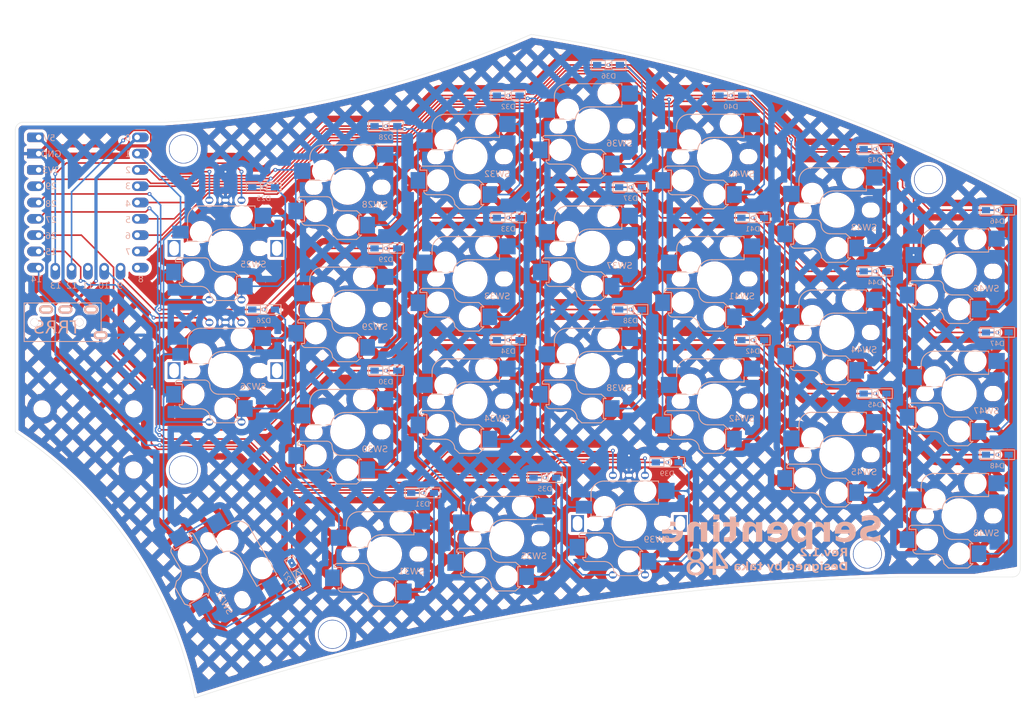
<source format=kicad_pcb>
(kicad_pcb (version 20240108) (generator "pcbnew") (generator_version "8.0")
  (layers (0 "F.Cu" signal) (31 "B.Cu" signal) (34 "B.Paste" user) (35 "F.Paste" user) (36 "B.SilkS" user "B.Silkscreen") (37 "F.SilkS" user "F.Silkscreen") (38 "B.Mask" user) (39 "F.Mask" user) (44 "Edge.Cuts" user))
  (net 0 "")
  (net 1 "Row5")
  (net 2 "Net-(D25-A)")
  (net 3 "Row6")
  (net 4 "Net-(D26-A)")
  (net 5 "Net-(D27-A)")
  (net 6 "Row7")
  (net 7 "Row4")
  (net 8 "Net-(D28-A)")
  (net 9 "Net-(D29-A)")
  (net 10 "Net-(D30-A)")
  (net 11 "Net-(D31-A)")
  (net 12 "Net-(D32-A)")
  (net 13 "Net-(D33-A)")
  (net 14 "Net-(D34-A)")
  (net 15 "Net-(D35-A)")
  (net 16 "Net-(D36-A)")
  (net 17 "Net-(D37-A)")
  (net 18 "Net-(D38-A)")
  (net 19 "Net-(D39-A)")
  (net 20 "Net-(D40-A)")
  (net 21 "Net-(D41-A)")
  (net 22 "Net-(D42-A)")
  (net 23 "Net-(D43-A)")
  (net 24 "Net-(D44-A)")
  (net 25 "Net-(D45-A)")
  (net 26 "Net-(D46-A)")
  (net 27 "Net-(D47-A)")
  (net 28 "Net-(D48-A)")
  (net 29 "DATA_R")
  (net 30 "GNDR")
  (net 31 "+5VR")
  (net 33 "+3V3R")
  (net 34 "Col7")
  (net 35 "Col8")
  (net 36 "Col9")
  (net 37 "Col10")
  (net 38 "Col11")
  (net 39 "Col12")
  (net 40 "Col13")
  (net 41 "RE5A")
  (net 42 "RE5B")
  (net 44 "RE6B")
  (net 45 "RE6A")
  (net 46 "RE4A")
  (net 47 "RE4B")
  (footprint "kbd_Parts:Diode_SMD" (layer "F.Cu") (at 99.725615 82.907169)
    (property "Reference" "D26")
    (property "Value" "D" (hide yes))
  )
  (footprint "taka_lib:Kailh FullPOM MX_Hotswap" (layer "F.Cu") (at 189.02249 67.429045)
    (property "Reference" "SW43" (hide yes))
    (property "Value" "SW_Push" (hide yes))
  )
  (footprint "kbd_Parts:Diode_SMD" (layer "F.Cu") (at 194.975613 76.954042)
    (property "Reference" "D44")
    (property "Value" "D" (hide yes))
  )
  (footprint "kbd_Parts:Diode_SMD" (layer "F.Cu") (at 162.590613 106.719667)
    (property "Reference" "D39")
    (property "Value" "D" (hide yes))
  )
  (footprint "taka_lib:Kailh FullPOM MX_Hotswap" (layer "F.Cu") (at 189.022487 105.529042)
    (property "Reference" "SW45" (hide yes))
    (property "Value" "SW_Push" (hide yes))
  )
  (footprint "kbd_Hole:m2_Spacer_Hole" (layer "F.Cu") (at 87.224047 57.90404)
    (property "Reference" "Ref**" (hide yes))
    (property "Value" "Val**" (hide yes))
  )
  (footprint "kbd_Parts:Diode_SMD" (layer "F.Cu") (at 143.540615 109.100919)
    (property "Reference" "D35")
    (property "Value" "D" (hide yes))
  )
  (footprint "taka_lib:Kailh FullPOM MX_Hotswap" (layer "F.Cu") (at 169.972489 97.194665)
    (property "Reference" "SW42" (hide yes))
    (property "Value" "SW_Push" (hide yes))
  )
  (footprint "kbd_Parts:Diode_SMD" (layer "F.Cu") (at 214.025613 67.429044)
    (property "Reference" "D46")
    (property "Value" "D" (hide yes))
  )
  (footprint "taka_lib:Kailh FullPOM MX_Hotswap" (layer "F.Cu") (at 131.87249 78.144663)
    (property "Reference" "SW33" (hide yes))
    (property "Value" "SW_Push" (hide yes))
  )
  (footprint "kbd_Parts:Diode_SMD" (layer "F.Cu") (at 137.825615 49.569668)
    (property "Reference" "D32")
    (property "Value" "D" (hide yes))
  )
  (footprint "kbd_Parts:Diode_SMD" (layer "F.Cu") (at 194.975613 96.004042)
    (property "Reference" "D45")
    (property "Value" "D" (hide yes))
  )
  (footprint "taka_lib:Kailh FullPOM MX_Hotswap" (layer "F.Cu") (at 169.97249 59.094665)
    (property "Reference" "SW40" (hide yes))
    (property "Value" "SW_Push" (hide yes))
  )
  (footprint "kbd_Hole:m2_Spacer_Hole" (layer "F.Cu") (at 203.310054 62.666574)
    (property "Reference" "Ref**" (hide yes))
    (property "Value" "Val**" (hide yes))
  )
  (footprint "taka_lib:Kailh FullPOM MX_Hotswap" (layer "F.Cu") (at 208.072488 96.004041)
    (property "Reference" "SW47" (hide yes))
    (property "Value" "SW_Push" (hide yes))
  )
  (footprint "taka_lib:Kailh FullPOM MX_Hotswap" (layer "F.Cu") (at 112.82249 82.907163)
    (property "Reference" "SW29" (hide yes))
    (property "Value" "SW_Push" (hide yes))
  )
  (footprint "kbd_Parts:Diode_SMD" (layer "F.Cu") (at 118.775616 92.432168)
    (property "Reference" "D30")
    (property "Value" "D" (hide yes))
  )
  (footprint "taka_lib:Kailh FullPOM MX_Hotswap" (layer "F.Cu") (at 150.922489 54.332164)
    (property "Reference" "SW36" (hide yes))
    (property "Value" "SW_Push" (hide yes))
  )
  (footprint "kbd_Parts:Diode_SMD" (layer "F.Cu") (at 137.825617 68.61967)
    (property "Reference" "D33")
    (property "Value" "D" (hide yes))
  )
  (footprint "taka_lib:Kailh FullPOM MX_Hotswap" (layer "F.Cu") (at 189.022491 86.479041)
    (property "Reference" "SW44" (hide yes))
    (property "Value" "SW_Push" (hide yes))
  )
  (footprint "kbd_Parts:Diode_SMD" (layer "F.Cu") (at 214.025613 86.479044)
    (property "Reference" "D47")
    (property "Value" "D" (hide yes))
  )
  (footprint "kbd_Parts:Diode_SMD" (layer "F.Cu") (at 118.775617 73.382169)
    (property "Reference" "D29")
    (property "Value" "D" (hide yes))
  )
  (footprint "kbd_Parts:Diode_SMD" (layer "F.Cu") (at 118.775617 54.33217)
    (property "Reference" "D28")
    (property "Value" "D" (hide yes))
  )
  (footprint "taka_lib:Kailh FullPOM MX_Hotswap" (layer "F.Cu") (at 150.922489 73.382165)
    (property "Reference" "SW37" (hide yes))
    (property "Value" "SW_Push" (hide yes))
  )
  (footprint "taka_lib:Kailh FullPOM MX_Hotswap" (layer "F.Cu") (at 131.87249 59.094663)
    (property "Reference" "SW32" (hide yes))
    (property "Value" "SW_Push" (hide yes))
  )
  (footprint "taka_lib:Kailh FullPOM MX_Hotswap" (layer "F.Cu") (at 137.587488 118.625916)
    (property "Reference" "SW35" (hide yes))
    (property "Value" "SW_Push" (hide yes))
  )
  (footprint "kbd_Hole:m2_Screw_Hole" (layer "F.Cu") (at 79.484988 107.910298)
    (property "Reference" "Ref**" (hide yes))
    (property "Value" "Val**" (hide yes))
  )
  (footprint "kbd_Hole:m2_Screw_Hole" (layer "F.Cu") (at 65.197488 98.385292)
    (property "Reference" "Ref**" (hide yes))
    (property "Value" "Val**" (hide yes))
  )
  (footprint "taka_lib:Kailh FullPOM MX_Hotswap" (layer "F.Cu") (at 208.072491 76.954041)
    (property "Reference" "SW46" (hide yes))
    (property "Value" "SW_Push" (hide yes))
  )
  (footprint "kbd_Parts:Diode_SMD" (layer "F.Cu") (at 137.825618 87.669667)
    (property "Reference" "D34")
    (property "Value" "D" (hide yes))
  )
  (footprint "kbd_Parts:Diode_SMD" (layer "F.Cu") (at 156.875616 82.907168)
    (property "Reference" "D38")
    (property "Value" "D" (hide yes))
  )
  (footprint "kbd_Hole:m2_Screw_Hole" (layer "F.Cu") (at 79.484988 98.385292)
    (property "Reference" "Ref**" (hide yes))
    (property "Value" "Val**" (hide yes))
  )
  (footprint "kbd_Parts:Diode_SMD" (layer "F.Cu") (at 172.512489 49.56967)
    (property "Reference" "D40")
    (property "Value" "D" (hide yes))
  )
  (footprint "taka_lib:Kailh FullPOM MX_Hotswap" (layer "F.Cu") (at 112.822488 63.857164)
    (property "Reference" "SW28" (hide yes))
    (property "Value" "SW_Push" (hide yes))
  )
  (footprint "taka_lib:Kailh FullPOM MX_Hotswap" (layer "F.Cu") (at 93.77249 123.547168 -60)
    (property "Reference" "SW27" (hide yes))
    (property "Value" "SW_Push" (hide yes))
  )
  (footprint "kbd_Parts:Diode_SMD" (layer "F.Cu") (at 175.925615 68.619668)
    (property "Reference" "D41")
    (property "Value" "D" (hide yes))
  )
  (footprint "kbd_Parts:Diode_SMD" (layer "F.Cu") (at 214.025613 105.529042)
    (property "Reference" "D48")
    (property "Value" "D" (hide yes))
  )
  (footprint "taka_lib:Kailh FullPOM MX_Hotswap_RE" (layer "F.Cu") (at 156.63749 116.244666)
    (property "Reference" "SW39" (hide yes))
    (property "Value" "RotaryEncoder_Switch" (hide yes))
  )
  (footprint "taka_lib:Kailh FullPOM MX_Hotswap" (layer "F.Cu") (at 169.972489 78.144665)
    (property "Reference" "SW41" (hide yes))
    (property "Value" "SW_Push" (hide yes))
  )
  (footprint "taka_lib:Kailh FullPOM MX_Hotswap" (layer "F.Cu") (at 208.072488 115.054041)
    (property "Reference" "SW48" (hide yes))
    (property "Value" "SW_Push" (hide yes))
  )
  (footprint "taka_lib:Kailh FullPOM MX_Hotswap" (layer "F.Cu") (at 112.82249 101.957167)
    (property "Reference" "SW30" (hide yes))
    (property "Value" "SW_Push" (hide yes))
  )
  (footprint "kbd_Parts:Diode_SMD" (layer "F.Cu") (at 124.490615 111.482169)
    (property "Reference" "D31")
    (property "Value" "D" (hide yes))
  )
  (footprint "taka_lib:Kailh FullPOM MX_Hotswap_RE" (layer "F.Cu") (at 93.772488 73.382164)
    (property "Reference" "SW25" (hide yes))
    (property "Value" "RotaryEncoder_Switch" (hide yes))
  )
  (footprint "kbd_Parts:Diode_SMD" (layer "F.Cu") (at 99.725615 63.857169)
    (property "Reference" "D25")
    (property "Value" "D" (hide yes))
  )
  (footprint "taka_lib:Kailh FullPOM MX_Hotswap" (layer "F.Cu") (at 150.922489 92.432163)
    (property "Reference" "SW38" (hide yes))
    (property "Value" "SW_Push" (hide yes))
  )
  (footprint "kbd_Hole:m2_Spacer_Hole" (layer "F.Cu") (at 193.785056 121.007198)
    (property "Reference" "Ref**" (hide yes))
    (property "Value" "Val**" (hide yes))
  )
  (footprint "taka_lib:Kailh FullPOM MX_Hotswap_RE" (layer "F.Cu") (at 93.772491 92.432168)
    (property "Reference" "SW26" (hide yes))
    (property "Value" "RotaryEncoder_Switch" (hide yes))
  )
  (footprint "taka_lib:Kailh FullPOM MX_Hotswap" (layer "F.Cu") (at 131.87249 97.194669)
    (property "Reference" "SW34" (hide yes))
    (property "Value" "SW_Push" (hide yes))
  )
  (footprint "kbd_Parts:Diode_SMD" (layer "F.Cu") (at 156.875615 63.857168)
    (property "Reference" "D37")
    (property "Value" "D" (hide yes))
  )
  (footprint "taka_lib:RP2040 Zero" (layer "F.Cu") (at 72.341102 66.238461)
    (property "Reference" "U2" (hide yes))
    (property "Value" "RP2040-Zero")
  )
  (footprint "kbd_Parts:Diode_SMD" (layer "F.Cu") (at 175.925615 87.669668)
    (property "Reference" "D42")
    (property "Value" "D" (hide yes))
  )
  (footprint "taka_lib:Kailh FullPOM MX_Hotswap" (layer "F.Cu") (at 118.537489 121.007166)
    (property "Reference" "SW31" (hide yes))
    (property "Value" "SW_Push" (hide yes))
  )
  (footprint "kbd_Parts:Diode_SMD" (layer "F.Cu") (at 153.462489 44.807161)
    (property "Reference" "D36")
    (property "Value" "D" (hide yes))
  )
  (footprint "kbd_Hole:m2_Spacer_Hole" (layer "F.Cu") (at 110.441187 133.508858)
    (property "Reference" "Ref**" (hide yes))
    (property "Value" "Val**" (hide yes))
  )
  (footprint "kbd_Parts:Diode_SMD" (layer "F.Cu") (at 194.975613 57.904044)
    (property "Reference" "D43")
    (property "Value" "D" (hide yes))
  )
  (footprint "kbd_Parts:Diode_SMD" (layer "F.Cu") (at 104.997943 123.940226 -60)
    (property "Reference" "D27")
    (property "Value" "D" (hide yes))
  )
  (footprint "taka_lib:TRRS_MJ-4PP-9_1" (layer "B.Cu") (at 68.530292 84.90717 -90)
    (property "Reference" "JACK2")
    (property "Value" "MJ-4PP-9" (hide yes))
  )
  (footprint "kbd_Hole:m2_Spacer_Hole" (layer "B.Cu") (at 87.224047 107.91029 180)
    (property "Reference" "Ref**" (hide yes))
    (property "Value" "Val**" (hide yes))
  )
  (gr_line (start 217.597555 65.540007) (end 217.597555 123.388449) (stroke (width 0.05)) (layer "Edge.Cuts"))
  (gr_arc (start 88.99808 143.405192) (mid 143.098552 130.068576) (end 198.547554 124.579074) (stroke (width 0.05)) (layer "Edge.Cuts"))
  (gr_arc (start 141.397556 40.044696) (mid 113.415731 49.366486) (end 84.247639 53.736924) (stroke (width 0.05)) (layer "Edge.Cuts"))
  (gr_arc (start 61.030339 101.957291) (mid 79.136464 119.899674) (end 88.99808 143.405192) (stroke (width 0.05)) (layer "Edge.Cuts"))
  (gr_line (start 62.220946 53.736812) (end 84.247637 53.736896) (stroke (width 0.05)) (layer "Edge.Cuts"))
  (gr_line (start 61.030327 54.92744) (end 61.030293 101.957177) (stroke (width 0.05)) (layer "Edge.Cuts"))
  (gr_arc (start 217.597555 123.388449) (mid 217.24883 124.230349) (end 216.40693 124.579074) (stroke (width 0.05)) (layer "Edge.Cuts"))
  (gr_line (start 198.547555 124.579074) (end 216.40693 124.579074) (stroke (width 0.05)) (layer "Edge.Cuts"))
  (gr_arc (start 141.397556 40.044696) (mid 180.590703 49.525169) (end 217.597555 65.540007) (stroke (width 0.05)) (layer "Edge.Cuts"))
  (gr_arc (start 61.030327 54.92744) (mid 61.378887 54.085378) (end 62.220946 53.736812) (stroke (width 0.05)) (layer "Edge.Cuts"))
  (gr_text "48" (at 172.34212 124.950629 0) (layer "B.SilkS") (effects (font (size 4 4)) (justify left bottom mirror)))
  (gr_text "Serpentine" (at 178.890563 117.435293 0) (layer "B.SilkS") (effects (font (size 4 4) (thickness 0.3) (bold yes)) (justify mirror)))
  (gr_text "Rev.1.2\nDesigned by taka" (at 190.796823 123.760003 0) (layer "B.SilkS") (effects (font (size 1.3 1.3) (thickness 0.25) (bold yes)) (justify left bottom mirror)))
  (segment (start 99.725613 82.907168) (end 109.250613 73.382168) (width 0.25) (layer "F.Cu") (net 1))
  (segment (start 161.638114 68.619668) (end 175.925614 68.619668) (width 0.25) (layer "F.Cu") (net 1))
  (segment (start 156.875614 63.857168) (end 161.638114 68.619668) (width 0.25) (layer "F.Cu") (net 1))
  (segment (start 139.016239 68.619668) (end 143.778739 63.857168) (width 0.25) (layer "F.Cu") (net 1))
  (segment (start 83.500617 82.907168) (end 99.725613 82.907168) (width 0.25) (layer "F.Cu") (net 1))
  (segment (start 81.936963 64.906236) (end 66.003327 64.906236) (width 0.25) (layer "F.Cu") (net 1))
  (segment (start 109.250613 73.382168) (end 118.775613 73.382168) (width 0.25) (layer "F.Cu") (net 1))
  (segment (start 118.775613 73.382168) (end 119.966239 73.382168) (width 0.25) (layer "F.Cu") (net 1))
  (segment (start 137.825614 68.619669) (end 139.016239 68.619668) (width 0.25) (layer "F.Cu") (net 1))
  (segment (start 204.500613 86.479042) (end 214.025613 86.479044) (width 0.25) (layer "F.Cu") (net 1))
  (segment (start 194.975613 76.954042) (end 204.500613 86.479042) (width 0.25) (layer "F.Cu") (net 1))
  (segment (start 143.778739 63.857168) (end 156.875614 63.857168) (width 0.25) (layer "F.Cu") (net 1))
  (segment (start 124.728739 68.619668) (end 137.825614 68.619669) (width 0.25) (layer "F.Cu") (net 1))
  (segment (start 119.966239 73.382168) (end 124.728739 68.619668) (width 0.25) (layer "F.Cu") (net 1))
  (segment (start 175.925614 68.619668) (end 184.259989 76.954043) (width 0.25) (layer "F.Cu") (net 1))
  (segment (start 184.259989 76.954043) (end 194.975613 76.954042) (width 0.25) (layer "F.Cu") (net 1))
  (segment (start 66.003327 64.906236) (end 64.671102 66.238461) (width 0.25) (layer "F.Cu") (net 1))
  (via (at 137.825614 68.619669) (size 0.6) (drill 0.3) (layers "F.Cu" "B.Cu") (net 1))
  (via (at 118.775613 73.382168) (size 0.6) (drill 0.3) (layers "F.Cu" "B.Cu") (net 1))
  (via (at 83.500617 82.907168) (size 0.6) (drill 0.3) (layers "F.Cu" "B.Cu") (net 1))
  (via (at 99.725613 82.907168) (size 0.6) (drill 0.3) (layers "F.Cu" "B.Cu") (net 1))
  (via (at 194.975613 76.954042) (size 0.6) (drill 0.3) (layers "F.Cu" "B.Cu") (net 1))
  (via (at 214.025613 86.479044) (size 0.6) (drill 0.3) (layers "F.Cu" "B.Cu") (net 1))
  (via (at 156.875614 63.857168) (size 0.6) (drill 0.3) (layers "F.Cu" "B.Cu") (net 1))
  (via (at 81.936963 64.906236) (size 0.6) (drill 0.3) (layers "F.Cu" "B.Cu") (net 1))
  (via (at 175.925614 68.619668) (size 0.6) (drill 0.3) (layers "F.Cu" "B.Cu") (net 1))
  (segment (start 83.675617 66.64489) (end 83.675617 82.732168) (width 0.25) (layer "B.Cu") (net 1))
  (segment (start 97.950613 82.907168) (end 99.725613 82.907168) (width 0.25) (layer "B.Cu") (net 1))
  (segment (start 83.675617 82.732168) (end 83.500617 82.907168) (width 0.25) (layer "B.Cu") (net 1))
  (segment (start 81.936963 64.906236) (end 83.675617 66.64489) (width 0.25) (layer "B.Cu") (net 1))
  (segment (start 156.875614 63.857168) (end 155.08974 63.857168) (width 0.25) (layer "B.Cu") (net 1))
  (segment (start 194.975613 76.954042) (end 193.200613 76.954044) (width 0.25) (layer "B.Cu") (net 1))
  (segment (start 137.825614 68.619669) (end 136.050615 68.619668) (width 0.25) (layer "B.Cu") (net 1))
  (segment (start 118.775613 73.382168) (end 117.000617 73.382168) (width 0.25) (layer "B.Cu") (net 1))
  (segment (start 214.025613 86.479044) (end 212.250612 86.479043) (width 0.25) (layer "B.Cu") (net 1))
  (segment (start 175.925614 68.619668) (end 174.150617 68.619668) (width 0.25) (layer "B.Cu") (net 1))
  (segment (start 103.097493 68.024364) (end 103.097493 68.619842) (width 0.25) (layer "B.Cu") (net 2))
  (segment (start 101.500615 63.857169) (end 103.097493 65.454047) (width 0.25) (layer "B.Cu") (net 2))
  (segment (start 102.404381 68.30217) (end 102.482329 68.30217) (width 0.25) (layer "B.Cu") (net 2))
  (segment (start 101.960174 79.282169) (end 103.097493 78.14485) (width 0.25) (layer "B.Cu") (net 2))
  (segment (start 102.404381 68.30217) (end 102.819687 68.302169) (width 0.25) (layer "B.Cu") (net 2))
  (segment (start 103.097493 65.454047) (end 103.097493 67.726708) (width 0.25) (layer "B.Cu") (net 2))
  (segment (start 99.614493 68.302169) (end 102.404381 68.30217) (width 0.25) (layer "B.Cu") (net 2))
  (segment (start 102.404381 68.30217) (end 102.522031 68.30217) (width 0.25) (layer "B.Cu") (net 2))
  (segment (start 102.404381 68.30217) (end 102.779819 68.30217) (width 0.25) (layer "B.Cu") (net 2))
  (segment (start 103.097493 68.917332) (end 103.097493 78.14485) (width 0.25) (layer "B.Cu") (net 2))
  (segment (start 103.097493 68.619842) (end 103.097493 68.917332) (width 0.25) (layer "B.Cu") (net 2))
  (segment (start 96.872492 79.282169) (end 101.960174 79.282169) (width 0.25) (layer "B.Cu") (net 2))
  (segment (start 96.272494 81.382169) (end 96.272494 79.882168) (width 0.25) (layer "B.Cu") (net 2))
  (segment (start 103.097493 67.726708) (end 103.097493 68.024364) (width 0.25) (layer "B.Cu") (net 2))
  (arc (start 102.779819 68.30217) (mid 103.004448 68.395213) (end 103.097493 68.619842) (width 0.25) (layer "B.Cu") (net 2))
  (arc (start 102.819687 68.302169) (mid 103.016125 68.220802) (end 103.097493 68.024364) (width 0.25) (layer "B.Cu") (net 2))
  (arc (start 102.522031 68.30217) (mid 102.928943 68.13362) (end 103.097493 67.726708) (width 0.25) (layer "B.Cu") (net 2))
  (arc (start 102.482329 68.30217) (mid 102.917315 68.482346) (end 103.097493 68.917332) (width 0.25) (layer "B.Cu") (net 2))
  (segment (start 194.975613 96.004042) (end 204.500613 105.529042) (width 0.25) (layer "F.Cu") (net 3))
  (segment (start 119.966239 92.432168) (end 124.728739 87.669668) (width 0.25) (layer "F.Cu") (net 3))
  (segment (start 139.016239 87.669668) (end 143.778739 82.907168) (width 0.25) (layer "F.Cu") (net 3))
  (segment (start 161.638114 87.669669) (end 175.925614 87.669669) (width 0.25) (layer "F.Cu") (net 3))
  (segment (start 184.259989 96.004044) (end 194.975613 96.004042) (width 0.25) (layer "F.Cu") (net 3))
  (segment (start 204.500613 105.529042) (end 214.025613 105.529042) (width 0.25) (layer "F.Cu") (net 3))
  (segment (start 175.925614 87.669669) (end 184.259989 96.004044) (width 0.25) (layer "F.Cu") (net 3))
  (segment (start 118.775613 92.432168) (end 119.966239 92.432168) (width 0.25) (layer "F.Cu") (net 3))
  (segment (start 64.671102 68.778461) (end 65.746102 67.703461) (width 0.25) (layer "F.Cu") (net 3))
  (segment (start 137.825614 87.669669) (end 139.016239 87.669668) (width 0.25) (layer "F.Cu") (net 3))
  (segment (start 100.023112 101.65967) (end 109.250613 92.432168) (width 0.25) (layer "F.Cu") (net 3))
  (segment (start 124.728739 87.669668) (end 137.825614 87.669669) (width 0.25) (layer "F.Cu") (net 3))
  (segment (start 83.500617 101.65967) (end 100.023112 101.65967) (width 0.25) (layer "F.Cu") (net 3))
  (segment (start 81.365018 67.703461) (end 81.936963 67.131516) (width 0.25) (layer "F.Cu") (net 3))
  (segment (start 109.250613 92.432168) (end 118.775613 92.432168) (width 0.25) (layer "F.Cu") (net 3))
  (segment (start 143.778739 82.907168) (end 156.875614 82.907169) (width 0.25) (layer "F.Cu") (net 3))
  (segment (start 156.875614 82.907169) (end 161.638114 87.669669) (width 0.25) (layer "F.Cu") (net 3))
  (segment (start 65.746102 67.703461) (end 81.365018 67.703461) (width 0.25) (layer "F.Cu") (net 3))
  (via (at 194.975613 96.004042) (size 0.6) (drill 0.3) (layers "F.Cu" "B.Cu") (net 3))
  (via (at 175.925614 87.669669) (size 0.6) (drill 0.3) (layers "F.Cu" "B.Cu") (net 3))
  (via (at 118.775613 92.432168) (size 0.6) (drill 0.3) (layers "F.Cu" "B.Cu") (net 3))
  (via (at 83.500617 101.65967) (size 0.6) (drill 0.3) (layers "F.Cu" "B.Cu") (net 3))
  (via (at 81.936963 67.131516) (size 0.6) (drill 0.3) (layers "F.Cu" "B.Cu") (net 3))
  (via (at 214.025613 105.529042) (size 0.6) (drill 0.3) (layers "F.Cu" "B.Cu") (net 3))
  (via (at 156.875614 82.907169) (size 0.6) (drill 0.3) (layers "F.Cu" "B.Cu") (net 3))
  (via (at 137.825614 87.669669) (size 0.6) (drill 0.3) (layers "F.Cu" "B.Cu") (net 3))
  (segment (start 118.775613 92.432168) (end 117.000617 92.432168) (width 0.25) (layer "B.Cu") (net 3))
  (segment (start 82.875617 82.648284) (end 82.875617 83.166052) (width 0.25) (layer "B.Cu") (net 3))
  (segment (start 81.936963 67.131516) (end 83.225617 68.42017) (width 0.25) (layer "B.Cu") (net 3))
  (segment (start 83.500617 83.791052) (end 83.500617 101.65967) (width 0.25) (layer "B.Cu") (net 3))
  (segment (start 83.225617 68.42017) (end 83.225617 82.298284) (width 0.25) (layer "B.Cu") (net 3))
  (segment (start 194.975613 96.004042) (end 193.200613 96.004044) (width 0.25) (layer "B.Cu") (net 3))
  (segment (start 137.825614 87.669669) (end 136.050615 87.669668) (width 0.25) (layer "B.Cu") (net 3))
  (segment (start 214.025613 105.529042) (end 212.250612 105.529043) (width 0.25) (layer "B.Cu") (net 3))
  (segment (start 83.225617 82.298284) (end 82.875617 82.648284) (width 0.25) (layer "B.Cu") (net 3))
  (segment (start 82.875617 83.166052) (end 83.500617 83.791052) (width 0.25) (layer "B.Cu") (net 3))
  (segment (start 175.925614 87.669669) (end 174.150617 87.669668) (width 0.25) (layer "B.Cu") (net 3))
  (segment (start 156.875614 82.907169) (end 155.08974 82.907168) (width 0.25) (layer "B.Cu") (net 3))
  (segment (start 103.097493 87.669842) (end 103.097493 87.967332) (width 0.25) (layer "B.Cu") (net 4))
  (segment (start 102.404382 87.352169) (end 102.77982 87.352169) (width 0.25) (layer "B.Cu") (net 4))
  (segment (start 101.960173 98.332169) (end 103.097493 97.19485) (width 0.25) (layer "B.Cu") (net 4))
  (segment (start 103.097493 87.074364) (end 103.097493 87.669842) (width 0.25) (layer "B.Cu") (net 4))
  (segment (start 103.097493 84.504047) (end 103.097493 86.776708) (width 0.25) (layer "B.Cu") (net 4))
  (segment (start 102.404382 87.352169) (end 102.819689 87.352169) (width 0.25) (layer "B.Cu") (net 4))
  (segment (start 96.272494 100.432169) (end 96.272494 98.932168) (width 0.25) (layer "B.Cu") (net 4))
  (segment (start 103.097493 87.967332) (end 103.097493 97.19485) (width 0.25) (layer "B.Cu") (net 4))
  (segment (start 102.404382 87.352169) (end 102.522032 87.352169) (width 0.25) (layer "B.Cu") (net 4))
  (segment (start 101.500615 82.907169) (end 103.097493 84.504047) (width 0.25) (layer "B.Cu") (net 4))
  (segment (start 102.404382 87.352169) (end 102.48233 87.352169) (width 0.25) (layer "B.Cu") (net 4))
  (segment (start 103.097493 86.776708) (end 103.097493 87.074364) (width 0.25) (layer "B.Cu") (net 4))
  (segment (start 96.872492 98.332169) (end 101.960173 98.332169) (width 0.25) (layer "B.Cu") (net 4))
  (segment (start 99.614493 87.352169) (end 102.404382 87.352169) (width 0.25) (layer "B.Cu") (net 4))
  (arc (start 102.77982 87.352169) (mid 103.004448 87.445214) (end 103.097493 87.669842) (width 0.25) (layer "B.Cu") (net 4))
  (arc (start 102.522032 87.352169) (mid 102.928943 87.18362) (end 103.097493 86.776708) (width 0.25) (layer "B.Cu") (net 4))
  (arc (start 102.819689 87.352169) (mid 103.016125 87.270802) (end 103.097493 87.074364) (width 0.25) (layer "B.Cu") (net 4))
  (arc (start 102.48233 87.352169) (mid 102.917315 87.532347) (end 103.097493 87.967332) (width 0.25) (layer "B.Cu") (net 4))
  (segment (start 93.89857 132.398046) (end 91.735125 131.818354) (width 0.25) (layer "B.Cu") (net 5))
  (segment (start 105.885444 125.477422) (end 102.414092 127.481607) (width 0.25) (layer "B.Cu") (net 5))
  (segment (start 101.640759 127.928091) (end 93.89857 132.398046) (width 0.25) (layer "B.Cu") (net 5))
  (segment (start 101.092896 126.066491) (end 101.817644 127.321791) (width 0.25) (layer "B.Cu") (net 5))
  (segment (start 101.092896 126.066491) (end 101.80779 127.304722) (width 0.25) (layer "B.Cu") (net 5))
  (segment (start 91.735125 131.818354) (end 90.212937 129.181847) (width 0.25) (layer "B.Cu") (net 5))
  (segment (start 102.414092 127.481607) (end 101.640759 127.928091) (width 0.25) (layer "B.Cu") (net 5))
  (arc (start 101.80779 127.304722) (mid 101.85338 127.651) (end 101.640759 127.928091) (width 0.25) (layer "B.Cu") (net 5))
  (arc (start 101.817644 127.321791) (mid 102.082769 127.525227) (end 102.414092 127.481607) (width 0.25) (layer "B.Cu") (net 5))
  (segment (start 104.260768 111.482168) (end 103.665457 111.482167) (width 0.25) (layer "F.Cu") (net 6))
  (segment (start 104.110443 112.077373) (end 104.110443 111.930148) (width 0.25) (layer "F.Cu") (net 6))
  (segment (start 124.490613 111.482167) (end 104.558425 111.482167) (width 0.25) (layer "F.Cu") (net 6))
  (segment (start 104.558425 111.482167) (end 104.260768 111.482168) (width 0.25) (layer "F.Cu") (net 6))
  (segment (start 104.110443 122.403033) (end 104.110443 112.077373) (width 0.25) (layer "F.Cu") (net 6))
  (segment (start 103.367906 111.482168) (end 96.570418 104.684679) (width 0.25) (layer "F.Cu") (net 6))
  (segment (start 145.921863 106.719667) (end 143.540613 109.100917) (width 0.25) (layer "F.Cu") (net 6))
  (segment (start 104.110443 111.930148) (end 104.110443 111.927154) (width 0.25) (layer "F.Cu") (net 6))
  (segment (start 162.590613 106.719667) (end 145.921863 106.719667) (width 0.25) (layer "F.Cu") (net 6))
  (segment (start 104.110443 112.077373) (end 104.110443 111.632492) (width 0.25) (layer "F.Cu") (net 6))
  (segment (start 71.321382 71.318461) (end 64.671102 71.318461) (width 0.25) (layer "F.Cu") (net 6))
  (segment (start 126.871863 109.100917) (end 124.490613 111.482167) (width 0.25) (layer "F.Cu") (net 6))
  (segment (start 76.346102 76.34318) (end 71.321382 71.318461) (width 0.25) (layer "F.Cu") (net 6))
  (segment (start 82.234225 103.743006) (end 82.234225 95.694987) (width 0.25) (layer "F.Cu") (net 6))
  (segment (start 103.665457 111.482167) (end 103.367906 111.482168) (width 0.25) (layer "F.Cu") (net 6))
  (segment (start 83.175897 104.684679) (end 82.234225 103.743006) (width 0.25) (layer "F.Cu") (net 6))
  (segment (start 82.234225 95.694987) (end 76.346102 89.806864) (width 0.25) (layer "F.Cu") (net 6))
  (segment (start 76.346102 89.806864) (end 76.346102 76.34318) (width 0.25) (layer "F.Cu") (net 6))
  (segment (start 96.570418 104.684679) (end 83.175897 104.684679) (width 0.25) (layer "F.Cu") (net 6))
  (segment (start 104.110443 111.632492) (end 104.260768 111.482168) (width 0.25) (layer "F.Cu") (net 6))
  (segment (start 143.540613 109.100917) (end 126.871863 109.100917) (width 0.25) (layer "F.Cu") (net 6))
  (via (at 104.110443 122.403033) (size 0.6) (drill 0.3) (layers "F.Cu" "B.Cu") (net 6))
  (via (at 162.590613 106.719667) (size 0.6) (drill 0.3) (layers "F.Cu" "B.Cu") (net 6))
  (via (at 124.490613 111.482167) (size 0.6) (drill 0.3) (layers "F.Cu" "B.Cu") (net 6))
  (via (at 143.540613 109.100917) (size 0.6) (drill 0.3) (layers "F.Cu" "B.Cu") (net 6))
  (arc (start 104.110443 111.930148) (mid 104.241654 111.613378) (end 104.558425 111.482167) (width 0.25) (layer "F.Cu") (net 6))
  (arc (start 104.110443 111.927154) (mid 103.980109 111.612502) (end 103.665457 111.482167) (width 0.25) (layer "F.Cu") (net 6))
  (segment (start 124.490613 111.482167) (end 122.715616 111.482168) (width 0.25) (layer "B.Cu") (net 6))
  (segment (start 160.815613 106.719667) (end 162.590613 106.719667) (width 0.25) (layer "B.Cu") (net 6))
  (segment (start 143.540613 109.100917) (end 141.765616 109.100918) (width 0.25) (layer "B.Cu") (net 6))
  (segment (start 122.573107 54.15717) (end 127.160607 49.569669) (width 0.25) (layer "F.Cu") (net 7))
  (segment (start 156.954985 44.88654) (end 161.638114 49.569668) (width 0.25) (layer "F.Cu") (net 7))
  (segment (start 140.677192 49.331543) (end 141.808564 49.331543) (width 0.25) (layer "F.Cu") (net 7))
  (segment (start 146.332939 44.807168) (end 153.462482 44.807168) (width 0.25) (layer "F.Cu") (net 7))
  (segment (start 183.128619 57.904045) (end 194.975614 57.904045) (width 0.25) (layer "F.Cu") (net 7))
  (segment (start 172.512489 49.56967) (end 175.925614 49.56967) (width 0.25) (layer "F.Cu") (net 7))
  (segment (start 118.775615 54.332169) (end 121.266735 54.33217) (width 0.25) (layer "F.Cu") (net 7))
  (segment (start 100.82097 62.514325) (end 90.014216 62.514325) (width 0.25) (layer "F.Cu") (net 7))
  (segment (start 199.726528 63.63339) (end 203.522183 67.429045) (width 0.25) (layer "F.Cu") (net 7))
  (segment (start 199.726528 62.654959) (end 199.726528 63.63339) (width 0.25) (layer "F.Cu") (net 7))
  (segment (start 109.250615 54.332169) (end 118.775615 54.332169) (width 0.25) (layer "F.Cu") (net 7))
  (segment (start 153.462489 44.807161) (end 156.875606 44.807161) (width 0.25) (layer "F.Cu") (net 7))
  (segment (start 194.975614 57.904045) (end 199.726528 62.654959) (width 0.25) (layer "F.Cu") (net 7))
  (segment (start 203.522183 67.429045) (end 214.025614 67.429045) (width 0.25) (layer "F.Cu") (net 7))
  (segment (start 65.746102 62.623461) (end 64.671102 63.698461) (width 0.25) (layer "F.Cu") (net 7))
  (segment (start 89.28008 63.248461) (end 82.131382 63.248461) (width 0.25) (layer "F.Cu") (net 7))
  (segment (start 81.506382 62.623461) (end 65.746102 62.623461) (width 0.25) (layer "F.Cu") (net 7))
  (segment (start 161.638114 49.569668) (end 172.512489 49.56967) (width 0.25) (layer "F.Cu") (net 7))
  (segment (start 82.131382 63.248461) (end 81.506382 62.623461) (width 0.25) (layer "F.Cu") (net 7))
  (segment (start 182.537716 56.181772) (end 182.537716 57.313142) (width 0.25) (layer "F.Cu") (net 7))
  (segment (start 140.439065 49.56967) (end 140.677192 49.331543) (width 0.25) (layer "F.Cu") (net 7))
  (segment (start 121.441736 54.157169) (end 122.573107 54.15717) (width 0.25) (layer "F.Cu") (net 7))
  (segment (start 156.875606 44.807161) (end 156.954985 44.88654) (width 0.25) (layer "F.Cu") (net 7))
  (segment (start 182.537716 57.313142) (end 183.128619 57.904045) (width 0.25) (layer "F.Cu") (net 7))
  (segment (start 137.825615 49.569669) (end 140.439065 49.56967) (width 0.25) (layer "F.Cu") (net 7))
  (segment (start 100.832976 62.502319) (end 100.82097 62.514325) (width 0.25) (layer "F.Cu") (net 7))
  (segment (start 101.080464 62.502319) (end 109.250615 54.332169) (width 0.25) (layer "F.Cu") (net 7))
  (segment (start 153.462482 44.807168) (end 153.462489 44.807161) (width 0.25) (layer "F.Cu") (net 7))
  (segment (start 141.808564 49.331543) (end 146.332939 44.807168) (width 0.25) (layer "F.Cu") (net 7))
  (segment (start 175.925614 49.56967) (end 182.537716 56.181772) (width 0.25) (layer "F.Cu") (net 7))
  (segment (start 121.266735 54.33217) (end 121.441736 54.157169) (width 0.25) (layer "F.Cu") (net 7))
  (segment (start 90.014216 62.514325) (end 89.28008 63.248461) (width 0.25) (layer "F.Cu") (net 7))
  (segment (start 100.832976 62.502319) (end 101.080464 62.502319) (width 0.25) (layer "F.Cu") (net 7))
  (segment (start 127.160607 49.569669) (end 137.825615 49.569669) (width 0.25) (layer "F.Cu") (net 7))
  (via (at 118.775615 54.332169) (size 0.6) (drill 0.3) (layers "F.Cu" "B.Cu") (net 7))
  (via (at 214.025614 67.429045) (size 0.6) (drill 0.3) (layers "F.Cu" "B.Cu") (net 7))
  (via (at 194.975614 57.904045) (size 0.6) (drill 0.3) (layers "F.Cu" "B.Cu") (net 7))
  (via (at 137.825615 49.569669) (size 0.6) (drill 0.3) (layers "F.Cu" "B.Cu") (net 7))
  (via (at 172.512489 49.56967) (size 0.6) (drill 0.3) (layers "F.Cu" "B.Cu") (net 7))
  (via (at 100.832976 62.502319) (size 0.6) (drill 0.3) (layers "F.Cu" "B.Cu") (net 7))
  (via (at 153.462489 44.807161) (size 0.6) (drill 0.3) (layers "F.Cu" "B.Cu") (net 7))
  (segment (start 214.025614 67.429045) (end 212.250614 67.429044) (width 0.25) (layer "B.Cu") (net 7))
  (segment (start 137.825615 49.569669) (end 136.050615 49.569669) (width 0.25) (layer "B.Cu") (net 7))
  (segment (start 153.462489 44.807161) (end 151.687489 44.807161) (width 0.25) (layer "B.Cu") (net 7))
  (segment (start 170.737489 49.56967) (end 172.512489 49.56967) (width 0.25) (layer "B.Cu") (net 7))
  (segment (start 100.832976 62.502319) (end 99.478127 63.857169) (width 0.25) (layer "B.Cu") (net 7))
  (segment (start 99.478127 63.857169) (end 97.950615 63.857169) (width 0.25) (layer "B.Cu") (net 7))
  (segment (start 194.975614 57.904045) (end 193.200614 57.904044) (width 0.25) (layer "B.Cu") (net 7))
  (segment (start 118.775615 54.332169) (end 117.000618 54.33217) (width 0.25) (layer "B.Cu") (net 7))
  (segment (start 120.550616 58.340542) (end 120.550616 59.233508) (width 0.25) (layer "B.Cu") (net 8))
  (segment (start 118.664489 58.77717) (end 120.094277 58.77717) (width 0.25) (layer "B.Cu") (net 8))
  (segment (start 118.664489 58.77717) (end 120.113987 58.777171) (width 0.25) (layer "B.Cu") (net 8))
  (segment (start 120.550616 54.33217) (end 120.550616 58.340542) (width 0.25) (layer "B.Cu") (net 8))
  (segment (start 120.550616 59.233508) (end 120.550616 68.17342) (width 0.25) (layer "B.Cu") (net 8))
  (segment (start 120.550616 68.17342) (end 118.966864 69.757171) (width 0.25) (layer "B.Cu") (net 8))
  (segment (start 118.966864 69.757171) (end 115.92249 69.757171) (width 0.25) (layer "B.Cu") (net 8))
  (arc (start 120.113987 58.777171) (mid 120.422729 58.649285) (end 120.550616 58.340542) (width 0.25) (layer "B.Cu") (net 8))
  (arc (start 120.094277 58.77717) (mid 120.416957 58.910828) (end 120.550616 59.233508) (width 0.25) (layer "B.Cu") (net 8))
  (segment (start 120.550616 73.38217) (end 120.550616 77.39054) (width 0.25) (layer "B.Cu") (net 9))
  (segment (start 120.550616 87.22342) (end 118.966865 88.807171) (width 0.25) (layer "B.Cu") (net 9))
  (segment (start 120.550616 77.39054) (end 120.550616 78.283509) (width 0.25) (layer "B.Cu") (net 9))
  (segment (start 120.550616 78.283509) (end 120.550616 87.22342) (width 0.25) (layer "B.Cu") (net 9))
  (segment (start 118.66449 77.82717) (end 120.113986 77.827171) (width 0.25) (layer "B.Cu") (net 9))
  (segment (start 118.66449 77.82717) (end 120.094277 77.82717) (width 0.25) (layer "B.Cu") (net 9))
  (segment (start 118.966865 88.807171) (end 115.92249 88.807171) (width 0.25) (layer "B.Cu") (net 9))
  (arc (start 120.094277 77.82717) (mid 120.416957 77.960828) (end 120.550616 78.283509) (width 0.25) (layer "B.Cu") (net 9))
  (arc (start 120.113986 77.827171) (mid 120.42273 77.699284) (end 120.550616 77.39054) (width 0.25) (layer "B.Cu") (net 9))
  (segment (start 120.550616 96.440541) (end 120.550616 97.333509) (width 0.25) (layer "B.Cu") (net 10))
  (segment (start 120.550616 97.333509) (end 120.550616 106.273421) (width 0.25) (layer "B.Cu") (net 10))
  (segment (start 118.664489 96.87717) (end 120.113986 96.877171) (width 0.25) (layer "B.Cu") (net 10))
  (segment (start 118.664489 96.87717) (end 120.094277 96.87717) (width 0.25) (layer "B.Cu") (net 10))
  (segment (start 120.550616 92.43217) (end 120.550616 96.440541) (width 0.25) (layer "B.Cu") (net 10))
  (segment (start 120.550616 106.273421) (end 118.966865 107.857171) (width 0.25) (layer "B.Cu") (net 10))
  (segment (start 118.966865 107.857171) (end 115.92249 107.857171) (width 0.25) (layer "B.Cu") (net 10))
  (arc (start 120.094277 96.87717) (mid 120.416957 97.010828) (end 120.550616 97.333509) (width 0.25) (layer "B.Cu") (net 10))
  (arc (start 120.113986 96.877171) (mid 120.42273 96.749285) (end 120.550616 96.440541) (width 0.25) (layer "B.Cu") (net 10))
  (segment (start 124.379488 115.927169) (end 125.809275 115.927169) (width 0.25) (layer "B.Cu") (net 11))
  (segment (start 126.265614 125.323419) (end 124.681863 126.90717) (width 0.25) (layer "B.Cu") (net 11))
  (segment (start 124.379488 115.927169) (end 125.828985 115.92717) (width 0.25) (layer "B.Cu") (net 11))
  (segment (start 126.265614 111.482169) (end 126.265613 115.490539) (width 0.25) (layer "B.Cu") (net 11))
  (segment (start 126.265613 116.383507) (end 126.265614 125.323419) (width 0.25) (layer "B.Cu") (net 11))
  (segment (start 126.265613 115.490539) (end 126.265613 116.383507) (width 0.25) (layer "B.Cu") (net 11))
  (segment (start 124.681863 126.90717) (end 121.637488 126.907171) (width 0.25) (layer "B.Cu") (net 11))
  (arc (start 125.809275 115.927169) (mid 126.131955 116.060827) (end 126.265613 116.383507) (width 0.25) (layer "B.Cu") (net 11))
  (arc (start 125.828985 115.92717) (mid 126.137727 115.799284) (end 126.265613 115.490539) (width 0.25) (layer "B.Cu") (net 11))
  (segment (start 139.600616 63.41092) (end 138.016864 64.994671) (width 0.25) (layer "B.Cu") (net 12))
  (segment (start 139.600615 53.57804) (end 139.600615 54.471008) (width 0.25) (layer "B.Cu") (net 12))
  (segment (start 137.714489 54.01467) (end 139.163987 54.014671) (width 0.25) (layer "B.Cu") (net 12))
  (segment (start 138.016864 64.994671) (end 134.97249 64.994672) (width 0.25) (layer "B.Cu") (net 12))
  (segment (start 139.600615 54.471008) (end 139.600616 63.41092) (width 0.25) (layer "B.Cu") (net 12))
  (segment (start 139.600616 49.56967) (end 139.600615 53.57804) (width 0.25) (layer "B.Cu") (net 12))
  (segment (start 137.714489 54.01467) (end 139.144277 54.01467) (width 0.25) (layer "B.Cu") (net 12))
  (arc (start 139.144277 54.01467) (mid 139.466957 54.148328) (end 139.600615 54.471008) (width 0.25) (layer "B.Cu") (net 12))
  (arc (start 139.163987 54.014671) (mid 139.472729 53.886785) (end 139.600615 53.57804) (width 0.25) (layer "B.Cu") (net 12))
  (segment (start 139.600615 72.62804) (end 139.600615 73.521008) (width 0.25) (layer "B.Cu") (net 13))
  (segment (start 139.600616 82.46092) (end 138.016865 84.044671) (width 0.25) (layer "B.Cu") (net 13))
  (segment (start 137.71449 73.06467) (end 139.163987 73.064671) (width 0.25) (layer "B.Cu") (net 13))
  (segment (start 137.71449 73.06467) (end 139.144277 73.064669) (width 0.25) (layer "B.Cu") (net 13))
  (segment (start 139.600616 68.61967) (end 139.600615 72.62804) (width 0.25) (layer "B.Cu") (net 13))
  (segment (start 139.600615 73.521008) (end 139.600616 82.46092) (width 0.25) (layer "B.Cu") (net 13))
  (segment (start 138.016865 84.044671) (end 134.97249 84.044672) (width 0.25) (layer "B.Cu") (net 13))
  (arc (start 139.144277 73.064669) (mid 139.466957 73.198328) (end 139.600615 73.521008) (width 0.25) (layer "B.Cu") (net 13))
  (arc (start 139.163987 73.064671) (mid 139.472729 72.936785) (end 139.600615 72.62804) (width 0.25) (layer "B.Cu") (net 13))
  (segment (start 137.714489 92.114672) (end 139.144277 92.114669) (width 0.25) (layer "B.Cu") (net 14))
  (segment (start 138.016865 103.094671) (end 134.97249 103.094671) (width 0.25) (layer "B.Cu") (net 14))
  (segment (start 139.600615 92.571008) (end 139.600616 101.51092) (width 0.25) (layer "B.Cu") (net 14))
  (segment (start 139.600616 101.51092) (end 138.016865 103.094671) (width 0.25) (layer "B.Cu") (net 14))
  (segment (start 137.714489 92.114672) (end 139.163986 92.114672) (width 0.25) (layer "B.Cu") (net 14))
  (segment (start 139.600616 87.66967) (end 139.600615 91.67804) (width 0.25) (layer "B.Cu") (net 14))
  (segment (start 139.600615 91.67804) (end 139.600615 92.571008) (width 0.25) (layer "B.Cu") (net 14))
  (arc (start 139.144277 92.114669) (mid 139.466957 92.248328) (end 139.600615 92.571008) (width 0.25) (layer "B.Cu") (net 14))
  (arc (start 139.163986 92.114672) (mid 139.47273 91.986785) (end 139.600615 91.67804) (width 0.25) (layer "B.Cu") (net 14))
  (segment (start 143.429487 113.545919) (end 144.859275 113.545918) (width 0.25) (layer "B.Cu") (net 15))
  (segment (start 145.315613 114.002257) (end 145.315614 122.942169) (width 0.25) (layer "B.Cu") (net 15))
  (segment (start 143.731863 124.52592) (end 140.687488 124.525921) (width 0.25) (layer "B.Cu") (net 15))
  (segment (start 143.429487 113.545919) (end 144.878985 113.545921) (width 0.25) (layer "B.Cu") (net 15))
  (segment (start 145.315613 113.109289) (end 145.315613 114.002257) (width 0.25) (layer "B.Cu") (net 15))
  (segment (start 145.315614 122.942169) (end 143.731863 124.52592) (width 0.25) (layer "B.Cu") (net 15))
  (segment (start 145.315615 109.100919) (end 145.315613 113.109289) (width 0.25) (layer "B.Cu") (net 15))
  (arc (start 144.878985 113.545921) (mid 145.187727 113.418034) (end 145.315613 113.109289) (width 0.25) (layer "B.Cu") (net 15))
  (arc (start 144.859275 113.545918) (mid 145.181955 113.679577) (end 145.315613 114.002257) (width 0.25) (layer "B.Cu") (net 15))
  (segment (start 158.650616 58.64842) (end 157.066864 60.232171) (width 0.25) (layer "B.Cu") (net 16))
  (segment (start 156.14141 44.807161) (end 157.034384 45.700135) (width 0.25) (layer "B.Cu") (net 16))
  (segment (start 158.650615 48.81554) (end 158.650616 47.316368) (width 0.25) (layer "B.Cu") (net 16))
  (segment (start 158.650615 49.708508) (end 158.650616 58.64842) (width 0.25) (layer "B.Cu") (net 16))
  (segment (start 158.650616 47.316368) (end 157.034384 45.700135) (width 0.25) (layer "B.Cu") (net 16))
  (segment (start 155.237489 44.807161) (end 156.14141 44.807161) (width 0.25) (layer "B.Cu") (net 16))
  (segment (start 157.034384 45.700135) (end 156.141409 44.807161) (width 0.25) (layer "B.Cu") (net 16))
  (segment (start 158.650615 48.81554) (end 158.650615 49.708508) (width 0.25) (layer "B.Cu") (net 16))
  (segment (start 156.764489 49.25217) (end 158.213987 49.252171) (width 0.25) (layer "B.Cu") (net 16))
  (segment (start 156.764489 49.25217) (end 158.194277 49.252169) (width 0.25) (layer "B.Cu") (net 16))
  (segment (start 157.066864 60.232171) (end 154.022491 60.232172) (width 0.25) (layer "B.Cu") (net 16))
  (arc (start 158.194277 49.252169) (mid 158.516957 49.385828) (end 158.650615 49.708508) (width 0.25) (layer "B.Cu") (net 16))
  (arc (start 158.213987 49.252171) (mid 158.522729 49.124285) (end 158.650615 48.81554) (width 0.25) (layer "B.Cu") (net 16))
  (segment (start 158.650615 68.758508) (end 158.650616 77.69842) (width 0.25) (layer "B.Cu") (net 17))
  (segment (start 158.650617 63.85717) (end 158.650615 67.86554) (width 0.25) (layer "B.Cu") (net 17))
  (segment (start 158.650615 67.86554) (end 158.650615 68.758508) (width 0.25) (layer "B.Cu") (net 17))
  (segment (start 157.066865 79.282171) (end 154.02249 79.282172) (width 0.25) (layer "B.Cu") (net 17))
  (segment (start 156.764489 68.30217) (end 158.194277 68.302169) (width 0.25) (layer "B.Cu") (net 17))
  (segment (start 158.650616 77.69842) (end 157.066865 79.282171) (width 0.25) (layer "B.Cu") (net 17))
  (segment (start 156.764489 68.30217) (end 158.213987 68.302172) (width 0.25) (layer "B.Cu") (net 17))
  (arc (start 158.194277 68.302169) (mid 158.516957 68.435828) (end 158.650615 68.758508) (width 0.25) (layer "B.Cu") (net 17))
  (arc (start 158.213987 68.302172) (mid 158.522729 68.174285) (end 158.650615 67.86554) (width 0.25) (layer "B.Cu") (net 17))
  (segment (start 156.764489 87.352172) (end 158.194277 87.35217) (width 0.25) (layer "B.Cu") (net 18))
  (segment (start 158.650617 82.90717) (end 158.650615 86.91554) (width 0.25) (layer "B.Cu") (net 18))
  (segment (start 158.650617 96.74842) (end 157.066865 98.332171) (width 0.25) (layer "B.Cu") (net 18))
  (segment (start 156.764489 87.352172) (end 158.213986 87.352172) (width 0.25) (layer "B.Cu") (net 18))
  (segment (start 157.066865 98.332171) (end 154.02249 98.332172) (width 0.25) (layer "B.Cu") (net 18))
  (segment (start 158.650615 86.91554) (end 158.650615 87.808508) (width 0.25) (layer "B.Cu") (net 18))
  (segment (start 158.650615 87.808508) (end 158.650617 96.74842) (width 0.25) (layer "B.Cu") (net 18))
  (arc (start 158.194277 87.35217) (mid 158.516957 87.485828) (end 158.650615 87.808508) (width 0.25) (layer "B.Cu") (net 18))
  (arc (start 158.213986 87.352172) (mid 158.52273 87.224285) (end 158.650615 86.91554) (width 0.25) (layer "B.Cu") (net 18))
  (segment (start 165.269379 111.164667) (end 165.684685 111.164668) (width 0.25) (layer "B.Cu") (net 19))
  (segment (start 165.269379 111.164667) (end 165.644818 111.164668) (width 0.25) (layer "B.Cu") (net 19))
  (segment (start 165.962491 108.316545) (end 165.96249 110.589206) (width 0.25) (layer "B.Cu") (net 19))
  (segment (start 165.269379 111.164667) (end 165.347328 111.164668) (width 0.25) (layer "B.Cu") (net 19))
  (segment (start 165.269379 111.164667) (end 165.38703 111.164668) (width 0.25) (layer "B.Cu") (net 19))
  (segment (start 162.47949 111.164668) (end 165.269379 111.164667) (width 0.25) (layer "B.Cu") (net 19))
  (segment (start 164.365613 106.719667) (end 165.962491 108.316545) (width 0.25) (layer "B.Cu") (net 19))
  (segment (start 164.825171 122.144668) (end 165.96249 121.007348) (width 0.25) (layer "B.Cu") (net 19))
  (segment (start 165.96249 111.77983) (end 165.96249 121.007348) (width 0.25) (layer "B.Cu") (net 19))
  (segment (start 165.96249 110.589206) (end 165.96249 110.886862) (width 0.25) (layer "B.Cu") (net 19))
  (segment (start 165.96249 110.886862) (end 165.96249 111.482339) (width 0.25) (layer "B.Cu") (net 19))
  (segment (start 165.96249 111.482339) (end 165.96249 111.77983) (width 0.25) (layer "B.Cu") (net 19))
  (segment (start 159.137491 124.244667) (end 159.137492 122.744666) (width 0.25) (layer "B.Cu") (net 19))
  (segment (start 159.737491 122.144667) (end 164.825171 122.144668) (width 0.25) (layer "B.Cu") (net 19))
  (arc (start 165.644818 111.164668) (mid 165.869446 111.257711) (end 165.96249 111.482339) (width 0.25) (layer "B.Cu") (net 19))
  (arc (start 165.38703 111.164668) (mid 165.793942 110.996118) (end 165.96249 110.589206) (width 0.25) (layer "B.Cu") (net 19))
  (arc (start 165.347328 111.164668) (mid 165.782314 111.344845) (end 165.96249 111.77983) (width 0.25) (layer "B.Cu") (net 19))
  (arc (start 165.684685 111.164668) (mid 165.881124 111.083301) (end 165.96249 110.886862) (width 0.25) (layer "B.Cu") (net 19))
  (segment (start 177.700615 53.57804) (end 177.700616 51.781237) (width 0.25) (layer "B.Cu") (net 20))
  (segment (start 177.700616 63.41092) (end 176.116864 64.994671) (width 0.25) (layer "B.Cu") (net 20))
  (segment (start 175.814489 54.01467) (end 177.263987 54.014671) (width 0.25) (layer "B.Cu") (net 20))
  (segment (start 177.700615 53.57804) (end 177.700615 54.471008) (width 0.25) (layer "B.Cu") (net 20))
  (segment (start 176.116864 64.994671) (end 173.072491 64.994672) (width 0.25) (layer "B.Cu") (net 20))
  (segment (start 175.814489 54.01467) (end 177.244278 54.01467) (width 0.25) (layer "B.Cu") (net 20))
  (segment (start 177.700615 54.471008) (end 177.700616 63.41092) (width 0.25) (layer "B.Cu") (net 20))
  (segment (start 175.489049 49.56967) (end 177.700616 51.781237) (width 0.25) (layer "B.Cu") (net 20))
  (segment (start 174.287489 49.56967) (end 175.489049 49.56967) (width 0.25) (layer "B.Cu") (net 20))
  (arc (start 177.244278 54.01467) (mid 177.566957 54.148329) (end 177.700615 54.471008) (width 0.25) (layer "B.Cu") (net 20))
  (arc (start 177.263987 54.014671) (mid 177.572729 53.886785) (end 177.700615 53.57804) (width 0.25) (layer "B.Cu") (net 20))
  (segment (start 175.814489 73.06467) (end 177.244278 73.064669) (width 0.25) (layer "B.Cu") (net 21))
  (segment (start 177.700617 82.46092) (end 176.116866 84.04467) (width 0.25) (layer "B.Cu") (net 21))
  (segment (start 177.700615 73.521008) (end 177.700617 82.46092) (width 0.25) (layer "B.Cu") (net 21))
  (segment (start 177.700615 72.62804) (end 177.700615 73.521008) (width 0.25) (layer "B.Cu") (net 21))
  (segment (start 175.814489 73.06467) (end 177.263987 73.064672) (width 0.25) (layer "B.Cu") (net 21))
  (segment (start 177.700617 68.61967) (end 177.700615 72.62804) (width 0.25) (layer "B.Cu") (net 21))
  (segment (start 176.116866 84.04467) (end 173.072491 84.044672) (width 0.25) (layer "B.Cu") (net 21))
  (arc (start 177.263987 73.064672) (mid 177.572729 72.936785) (end 177.700615 72.62804) (width 0.25) (layer "B.Cu") (net 21))
  (arc (start 177.244278 73.064669) (mid 177.566957 73.198328) (end 177.700615 73.521008) (width 0.25) (layer "B.Cu") (net 21))
  (segment (start 177.700617 101.51092) (end 176.116866 103.094671) (width 0.25) (layer "B.Cu") (net 22))
  (segment (start 177.700617 87.66967) (end 177.700615 91.67804) (width 0.25) (layer "B.Cu") (net 22))
  (segment (start 175.814489 92.11467) (end 177.244278 92.114669) (width 0.25) (layer "B.Cu") (net 22))
  (segment (start 177.700615 92.571008) (end 177.700617 101.51092) (width 0.25) (layer "B.Cu") (net 22))
  (segment (start 177.700615 91.67804) (end 177.700615 92.571008) (width 0.25) (layer "B.Cu") (net 22))
  (segment (start 175.814489 92.11467) (end 177.263987 92.114672) (width 0.25) (layer "B.Cu") (net 22))
  (segment (start 176.116866 103.094671) (end 173.072491 103.09467) (width 0.25) (layer "B.Cu") (net 22))
  (arc (start 177.244278 92.114669) (mid 177.566957 92.248328) (end 177.700615 92.571008) (width 0.25) (layer "B.Cu") (net 22))
  (arc (start 177.263987 92.114672) (mid 177.57273 91.986785) (end 177.700615 91.67804) (width 0.25) (layer "B.Cu") (net 22))
  (segment (start 196.750616 57.904044) (end 196.750616 61.912416) (width 0.25) (layer "B.Cu") (net 23))
  (segment (start 196.750615 71.745296) (end 195.166864 73.329044) (width 0.25) (layer "B.Cu") (net 23))
  (segment (start 194.864489 62.349046) (end 196.294277 62.349046) (width 0.25) (layer "B.Cu") (net 23))
  (segment (start 194.864489 62.349046) (end 196.313984 62.349047) (width 0.25) (layer "B.Cu") (net 23))
  (segment (start 195.166864 73.329044) (end 192.12249 73.329045) (width 0.25) (layer "B.Cu") (net 23))
  (segment (start 196.750616 61.912416) (end 196.750616 62.805384) (width 0.25) (layer "B.Cu") (net 23))
  (segment (start 196.750616 62.805384) (end 196.750615 71.745296) (width 0.25) (layer "B.Cu") (net 23))
  (arc (start 196.294277 62.349046) (mid 196.616959 62.482703) (end 196.750616 62.805384) (width 0.25) (layer "B.Cu") (net 23))
  (arc (start 196.313984 62.349047) (mid 196.622729 62.221159) (end 196.750616 61.912416) (width 0.25) (layer "B.Cu") (net 23))
  (segment (start 195.166864 92.379044) (end 192.12249 92.379045) (width 0.25) (layer "B.Cu") (net 24))
  (segment (start 196.750616 81.855384) (end 196.750615 90.795296) (width 0.25) (layer "B.Cu") (net 24))
  (segment (start 194.864489 81.399046) (end 196.313984 81.399047) (width 0.25) (layer "B.Cu") (net 24))
  (segment (start 196.750616 76.954044) (end 196.750616 80.962416) (width 0.25) (layer "B.Cu") (net 24))
  (segment (start 196.750615 90.795296) (end 195.166864 92.379044) (width 0.25) (layer "B.Cu") (net 24))
  (segment (start 194.864489 81.399046) (end 196.294277 81.399046) (width 0.25) (layer "B.Cu") (net 24))
  (segment (start 196.750616 80.962416) (end 196.750616 81.855384) (width 0.25) (layer "B.Cu") (net 24))
  (arc (start 196.294277 81.399046) (mid 196.61696 81.532704) (end 196.750616 81.855384) (width 0.25) (layer "B.Cu") (net 24))
  (arc (start 196.313984 81.399047) (mid 196.622729 81.271159) (end 196.750616 80.962416) (width 0.25) (layer "B.Cu") (net 24))
  (segment (start 196.750616 96.004044) (end 196.750616 100.012416) (width 0.25) (layer "B.Cu") (net 25))
  (segment (start 196.750616 100.012416) (end 196.750616 100.905384) (width 0.25) (layer "B.Cu") (net 25))
  (segment (start 194.864491 100.449045) (end 196.294277 100.449045) (width 0.25) (layer "B.Cu") (net 25))
  (segment (start 194.864491 100.449045) (end 196.313986 100.449045) (width 0.25) (layer "B.Cu") (net 25))
  (segment (start 196.750616 109.845294) (end 195.166866 111.429046) (width 0.25) (layer "B.Cu") (net 25))
  (segment (start 195.166866 111.429046) (end 192.122489 111.429046) (width 0.25) (layer "B.Cu") (net 25))
  (segment (start 196.750616 100.905384) (end 196.750616 109.845294) (width 0.25) (layer "B.Cu") (net 25))
  (arc (start 196.294277 100.449045) (mid 196.616958 100.582704) (end 196.750616 100.905384) (width 0.25) (layer "B.Cu") (net 25))
  (arc (start 196.313986 100.449045) (mid 196.622729 100.321161) (end 196.750616 100.012416) (width 0.25) (layer "B.Cu") (net 25))
  (segment (start 215.800616 72.330384) (end 215.800616 81.270295) (width 0.25) (layer "B.Cu") (net 26))
  (segment (start 213.914489 71.874046) (end 215.363984 71.874047) (width 0.25) (layer "B.Cu") (net 26))
  (segment (start 215.800616 81.270295) (end 214.216864 82.854045) (width 0.25) (layer "B.Cu") (net 26))
  (segment (start 215.800616 71.437416) (end 215.800616 72.330384) (width 0.25) (layer "B.Cu") (net 26))
  (segment (start 214.216864 82.854045) (end 211.17249 82.854045) (width 0.25) (layer "B.Cu") (net 26))
  (segment (start 213.914489 71.874046) (end 215.344278 71.874045) (width 0.25) (layer "B.Cu") (net 26))
  (segment (start 215.800616 67.429046) (end 215.800616 71.437416) (width 0.25) (layer "B.Cu") (net 26))
  (arc (start 215.344278 71.874045) (mid 215.666959 72.007703) (end 215.800616 72.330384) (width 0.25) (layer "B.Cu") (net 26))
  (arc (start 215.363984 71.874047) (mid 215.672729 71.746159) (end 215.800616 71.437416) (width 0.25) (layer "B.Cu") (net 26))
  (segment (start 214.216864 101.904045) (end 211.17249 101.904046) (width 0.25) (layer "B.Cu") (net 27))
  (segment (start 215.800616 86.479044) (end 215.800616 90.487416) (width 0.25) (layer "B.Cu") (net 27))
  (segment (start 215.800616 90.487416) (end 215.800616 91.380384) (width 0.25) (layer "B.Cu") (net 27))
  (segment (start 215.800616 91.380384) (end 215.800616 100.320295) (width 0.25) (layer "B.Cu") (net 27))
  (segment (start 215.800616 100.320295) (end 214.216864 101.904045) (width 0.25) (layer "B.Cu") (net 27))
  (segment (start 213.914491 90.924045) (end 215.363986 90.924045) (width 0.25) (layer "B.Cu") (net 27))
  (segment (start 213.914491 90.924045) (end 215.344277 90.924045) (width 0.25) (layer "B.Cu") (net 27))
  (arc (start 215.363986 90.924045) (mid 215.672729 90.796158) (end 215.800616 90.487416) (width 0.25) (layer "B.Cu") (net 27))
  (arc (start 215.344277 90.924045) (mid 215.666958 91.057704) (end 215.800616 91.380384) (width 0.25) (layer "B.Cu") (net 27))
  (segment (start 215.800616 110.430384) (end 215.800616 119.370296) (width 0.25) (layer "B.Cu") (net 28))
  (segment (start 215.800616 109.537416) (end 215.800616 110.430384) (width 0.25) (layer "B.Cu") (net 28))
  (segment (start 214.216866 120.954046) (end 211.17249 120.954046) (width 0.25) (layer "B.Cu") (net 28))
  (segment (start 213.914491 109.974046) (end 215.363986 109.974046) (width 0.25) (layer "B.Cu") (net 28))
  (segment (start 213.914491 109.974046) (end 215.344277 109.974045) (width 0.25) (layer "B.Cu") (net 28))
  (segment (start 215.800616 105.529044) (end 215.800616 109.537416) (width 0.25) (layer "B.Cu") (net 28))
  (segment (start 215.800616 119.370296) (end 214.216866 120.954046) (width 0.25) (layer "B.Cu") (net 28))
  (arc (start 215.363986 109.974046) (mid 215.672731 109.84616) (end 215.800616 109.537416) (width 0.25) (layer "B.Cu") (net 28))
  (arc (start 215.344277 109.974045) (mid 215.666958 110.107704) (end 215.800616 110.430384) (width 0.25) (layer "B.Cu") (net 28))
  (segment (start 69.137873 82.90717) (end 73.602581 78.442463) (width 0.5) (layer "F.Cu") (net 29))
  (via (at 73.602581 78.442463) (size 0.6) (drill 0.3) (layers "F.Cu" "B.Cu") (net 29))
  (segment (start 73.602581 62.486982) (end 80.011102 56.078461) (width 0.5) (layer "B.Cu") (net 29))
  (segment (start 73.602581 78.442463) (end 73.602581 62.486982) (width 0.5) (layer "B.Cu") (net 29))
  (segment (start 143.043557 107.900917) (end 143.291045 107.900917) (width 0.5) (layer "F.Cu") (net 30))
  (segment (start 93.772487 61.439326) (end 93.022486 60.689325) (width 0.5) (layer "F.Cu") (net 30))
  (segment (start 82.300617 92.704042) (end 82.300617 94.877495) (width 0.5) (layer "F.Cu") (net 30))
  (segment (start 145.547295 105.644667) (end 156.637489 105.644668) (width 0.5) (layer "F.Cu") (net 30))
  (segment (start 124.241044 110.282167) (end 126.447293 108.075917) (width 0.5) (layer "F.Cu") (net 30))
  (segment (start 65.871101 57.418461) (end 64.671102 58.618461) (width 0.5) (layer "F.Cu") (net 30))
  (segment (start 103.792474 110.457167) (end 123.818556 110.457168) (width 0.5) (layer "F.Cu") (net 30))
  (segment (start 84.161277 103.659679) (end 96.994986 103.659679) (width 0.5) (layer "F.Cu") (net 30))
  (segment (start 88.801033 61.641544) (end 85.78124 61.641544) (width 0.5) (layer "F.Cu") (net 30))
  (segment (start 123.818556 110.457168) (end 123.993556 110.282167) (width 0.5) (layer "F.Cu") (net 30))
  (segment (start 142.868556 108.075918) (end 143.043557 107.900917) (width 0.5) (layer "F.Cu") (net 30))
  (segment (start 143.291045 107.900917) (end 145.547295 105.644667) (width 0.5) (layer "F.Cu") (net 30))
  (segment (start 81.558157 57.418461) (end 65.871101 57.418461) (width 0.5) (layer "F.Cu") (net 30))
  (segment (start 89.022491 85.982168) (end 82.300617 92.704042) (width 0.5) (layer "F.Cu") (net 30))
  (segment (start 93.772491 84.932169) (end 92.722491 85.982168) (width 0.5) (layer "F.Cu") (net 30))
  (segment (start 83.500617 103.259676) (end 83.761275 103.259676) (width 0.5) (layer "F.Cu") (net 30))
  (segment (start 85.78124 61.641544) (end 81.558157 57.418461) (width 0.5) (layer "F.Cu") (net 30))
  (segment (start 96.994986 103.659679) (end 103.792474 110.457167) (width 0.5) (layer "F.Cu") (net 30))
  (segment (start 83.761275 103.259676) (end 84.161277 103.659679) (width 0.5) (layer "F.Cu") (net 30))
  (segment (start 126.447293 108.075917) (end 142.868556 108.075918) (width 0.5) (layer "F.Cu") (net 30))
  (segment (start 92.722491 85.982168) (end 89.022491 85.982168) (width 0.5) (layer "F.Cu") (net 30))
  (segment (start 89.753252 60.689325) (end 88.801033 61.641544) (width 0.5) (layer "F.Cu") (net 30))
  (segment (start 93.022486 60.689325) (end 89.753252 60.689325) (width 0.5) (layer "F.Cu") (net 30))
  (segment (start 123.993556 110.282167) (end 124.241044 110.282167) (width 0.5) (layer "F.Cu") (net 30))
  (via (at 83.500617 103.259676) (size 0.6) (drill 0.3) (layers "F.Cu" "B.Cu") (net 30))
  (via (at 156.637489 105.644668) (size 0.6) (drill 0.3) (layers "F.Cu" "B.Cu") (net 30))
  (via (at 82.300617 94.877495) (size 0.6) (drill 0.3) (layers "F.Cu" "B.Cu") (net 30))
  (via (at 93.772487 61.439326) (size 0.6) (drill 0.3) (layers "F.Cu" "B.Cu") (net 30))
  (segment (start 81.174156 86.90717) (end 82.300616 88.03363) (width 0.5) (layer "B.Cu") (net 30))
  (segment (start 74.330292 86.90717) (end 74.330292 86.401535) (width 0.5) (layer "B.Cu") (net 30))
  (segment (start 65.921102 77.992345) (end 65.921102 59.868461) (width 0.5) (layer "B.Cu") (net 30))
  (segment (start 83.239959 103.259676) (end 83.500617 103.259676) (width 0.5) (layer "B.Cu") (net 30))
  (segment (start 65.921102 59.868461) (end 64.671102 58.618461) (width 0.5) (layer "B.Cu") (net 30))
  (segment (start 82.300617 94.877495) (end 82.300617 102.320334) (width 0.5) (layer "B.Cu") (net 30))
  (segment (start 74.330292 86.90717) (end 81.174156 86.90717) (width 0.5) (layer "B.Cu") (net 30))
  (segment (start 82.300617 102.320334) (end 83.239959 103.259676) (width 0.5) (layer "B.Cu") (net 30))
  (segment (start 156.637489 105.644668) (end 156.63749 108.744666) (width 0.5) (layer "B.Cu") (net 30))
  (segment (start 82.300616 88.03363) (end 82.300617 94.877495) (width 0.5) (layer "B.Cu") (net 30))
  (segment (start 93.772487 61.439326) (end 93.772488 65.882164) (width 0.5) (layer "B.Cu") (net 30))
  (segment (start 74.330292 86.401535) (end 65.921102 77.992345) (width 0.5) (layer "B.Cu") (net 30))
  (segment (start 68.461102 78.53798) (end 72.830291 82.907171) (width 0.5) (layer "B.Cu") (net 31))
  (segment (start 64.671102 56.078461) (end 68.461102 59.868461) (width 0.5) (layer "B.Cu") (net 31))
  (segment (start 68.461102 59.868461) (end 68.461102 78.53798) (width 0.5) (layer "B.Cu") (net 31))
  (segment (start 86.77249 89.892169) (end 84.562282 89.892168) (width 0.25) (layer "B.Cu") (net 34))
  (segment (start 86.772488 70.842164) (end 86.772488 65.349567) (width 0.25) (layer "B.Cu") (net 34))
  (segment (start 84.125617 77.549262) (end 84.125617 80.823479) (width 0.25) (layer "B.Cu") (net 34))
  (segment (start 85.672491 96.132168) (end 84.551507 96.132168) (width 0.25) (layer "B.Cu") (net 34))
  (segment (start 86.77249 89.892169) (end 84.581918 89.892169) (width 0.25) (layer "B.Cu") (net 34))
  (segment (start 84.125617 81.41879) (end 84.125617 82.014102) (width 0.25) (layer "B.Cu") (net 34))
  (segment (start 84.783146 100.432169) (end 84.125617 100.432168) (width 0.25) (layer "B.Cu") (net 34))
  (segment (start 86.77249 70.842169) (end 85.400614 70.842168) (width 0.25) (layer "B.Cu") (net 34))
  (segment (start 84.125617 115.989783) (end 86.518196 118.382362) (width 0.25) (layer "B.Cu") (net 34))
  (segment (start 84.783146 81.382168) (end 84.757551 81.382168) (width 0.25) (layer "B.Cu") (net 34))
  (segment (start 84.125617 100.432168) (end 84.125617 100.766543) (width 0.25) (layer "B.Cu") (net 34))
  (segment (start 91.27249 100.432168) (end 84.783146 100.432169) (width 0.25) (layer "B.Cu") (net 34))
  (segment (start 84.125617 82.014102) (end 84.125617 89.455503) (width 0.25) (layer "B.Cu") (net 34))
  (segment (start 84.125617 90.348471) (end 84.125616 95.70628) (width 0.25) (layer "B.Cu") (net 34))
  (segment (start 84.783146 81.382168) (end 84.162238 81.382169) (width 0.25) (layer "B.Cu") (net 34))
  (segment (start 84.125617 76.656294) (end 84.125617 77.549262) (width 0.25) (layer "B.Cu") (net 34))
  (segment (start 84.125617 80.823479) (end 84.125617 81.41879) (width 0.25) (layer "B.Cu") (net 34))
  (segment (start 86.772488 65.349567) (end 80.041382 58.618461) (width 0.25) (layer "B.Cu") (net 34))
  (segment (start 85.400614 70.842168) (end 84.125617 72.117166) (width 0.25) (layer "B.Cu") (net 34))
  (segment (start 84.125617 100.432168) (end 84.125617 115.989783) (width 0.25) (layer "B.Cu") (net 34))
  (segment (start 85.672491 77.082168) (end 84.55149 77.082169) (width 0.25) (layer "B.Cu") (net 34))
  (segment (start 84.125617 96.30159) (end 84.125617 96.896902) (width 0.25) (layer "B.Cu") (net 34))
  (segment (start 91.27249 81.382168) (end 84.783146 81.382168) (width 0.25) (layer "B.Cu") (net 34))
  (segment (start 84.125617 100.990874) (end 84.125617 101.064086) (width 0.25) (layer "B.Cu") (net 34))
  (segment (start 85.672491 96.132168) (end 84.295038 96.132169) (width 0.25) (layer "B.Cu") (net 34))
  (segment (start 84.125617 89.455503) (end 84.125617 90.348471) (width 0.25) (layer "B.Cu") (net 34))
  (segment (start 86.518196 118.382362) (end 91.043177 115.769862) (width 0.25) (layer "B.Cu") (net 34))
  (segment (start 84.125617 99.873462) (end 84.125617 100.766543) (width 0.25) (layer "B.Cu") (net 34))
  (segment (start 84.757551 81.382168) (end 84.684306 81.382168) (width 0.25) (layer "B.Cu") (net 34))
  (segment (start 84.783146 100.432169) (end 84.684322 100.432169) (width 0.25) (layer "B.Cu") (net 34))
  (segment (start 84.125617 96.896902) (end 84.125617 99.873462) (width 0.25) (layer "B.Cu") (net 34))
  (segment (start 84.125616 95.70628) (end 84.125617 96.30159) (width 0.25) (layer "B.Cu") (net 34))
  (segment (start 84.125617 72.117166) (end 84.125617 76.656294) (width 0.25) (layer "B.Cu") (net 34))
  (segment (start 84.125617 100.766543) (end 84.125617 101.064086) (width 0.25) (layer "B.Cu") (net 34))
  (segment (start 85.672491 77.082168) (end 84.592711 77.082168) (width 0.25) (layer "B.Cu") (net 34))
  (arc (start 84.162238 81.382169) (mid 84.136343 81.392894) (end 84.125617 81.41879) (width 0.25) (layer "B.Cu") (net 34))
  (arc (start 84.592711 77.082168) (mid 84.262426 77.218977) (end 84.125617 77.549262) (width 0.25) (layer "B.Cu") (net 34))
  (arc (start 84.684322 100.432169) (mid 84.289257 100.59581) (end 84.125617 100.990874) (width 0.25) (layer "B.Cu") (net 34))
  (arc (start 84.581918 89.892169) (mid 84.259265 90.025816) (end 84.125617 90.348471) (width 0.25) (layer "B.Cu") (net 34))
  (arc (start 84.551507 96.132168) (mid 84.250357 96.007428) (end 84.125616 95.70628) (width 0.25) (layer "B.Cu") (net 34))
  (arc (start 84.562282 89.892168) (mid 84.253514 89.764271) (end 84.125617 89.455503) (width 0.25) (layer "B.Cu") (net 34))
  (arc (start 84.295038 96.132169) (mid 84.17524 96.181791) (end 84.125617 96.30159) (width 0.25) (layer "B.Cu") (net 34))
  (arc (start 84.757551 81.382168) (mid 84.310706 81.567257) (end 84.125617 82.014102) (width 0.25) (layer "B.Cu") (net 34))
  (arc (start 84.55149 77.082169) (mid 84.250353 76.957433) (end 84.125617 76.656294) (width 0.25) (layer "B.Cu") (net 34))
  (arc (start 84.684306 81.382168) (mid 84.289254 81.218531) (end 84.125617 80.823479) (width 0.25) (layer "B.Cu") (net 34))
  (arc (start 84.890351 96.132168) (mid 84.349602 96.356153) (end 84.125617 96.896902) (width 0.25) (layer "B.Cu") (net 34))
  (arc (start 84.684322 100.432169) (mid 84.289257 100.268527) (end 84.125617 99.873462) (width 0.25) (layer "B.Cu") (net 34))
  (segment (start 81.975798 61.158461) (end 83.483881 62.666544) (width 0.25) (layer "F.Cu") (net 35))
  (segment (start 80.011102 61.158461) (end 81.975798 61.158461) (width 0.25) (layer "F.Cu") (net 35))
  (segment (start 89.82782 62.064325) (end 100.387087 62.064325) (width 0.25) (layer "F.Cu") (net 35))
  (segment (start 100.387087 62.064325) (end 101.303915 61.147497) (width 0.25) (layer "F.Cu") (net 35))
  (segment (start 101.303915 61.147497) (end 101.551402 61.147497) (width 0.25) (layer "F.Cu") (net 35))
  (segment (start 83.483881 62.666544) (end 89.225601 62.666544) (width 0.25) (layer "F.Cu") (net 35))
  (segment (start 89.225601 62.666544) (end 89.82782 62.064325) (width 0.25) (layer "F.Cu") (net 35))
  (via (at 101.551402 61.147497) (size 0.6) (drill 0.3) (layers "F.Cu" "B.Cu") (net 35))
  (segment (start 110.437488 124.707167) (end 110.437489 119.482167) (width 0.25) (layer "B.Cu") (net 35))
  (segment (start 104.722488 67.557164) (end 104.722488 62.332165) (width 0.25) (layer "B.Cu") (net 35))
  (segment (start 104.722489 108.165292) (end 104.72249 105.657168) (width 0.25) (layer "B.Cu") (net 35))
  (segment (start 104.72249 105.657168) (end 104.722489 100.432168) (width 0.25) (layer "B.Cu") (net 35))
  (segment (start 104.722488 67.557164) (end 104.722489 79.352164) (width 0.25) (layer "B.Cu") (net 35))
  (segment (start 101.551402 61.147497) (end 105.56782 61.147497) (width 0.25) (layer "B.Cu") (net 35))
  (segment (start 104.722489 86.607166) (end 104.722491 98.402168) (width 0.25) (layer "B.Cu") (net 35))
  (segment (start 111.45249 114.895292) (end 104.722489 108.165292) (width 0.25) (layer "B.Cu") (net 35))
  (segment (start 104.722489 86.607166) (end 104.722489 81.382164) (width 0.25) (layer "B.Cu") (net 35))
  (segment (start 111.452489 118.467166) (end 111.45249 114.895292) (width 0.25) (layer "B.Cu") (net 35))
  (segment (start 89.466476 63.698461) (end 90.200612 62.964325) (width 0.25) (layer "F.Cu") (net 36))
  (segment (start 101.09186 63.127319) (end 100.574092 63.127319) (width 0.25) (layer "F.Cu") (net 36))
  (segment (start 118.341731 54.78217) (end 109.43701 54.782169) (width 0.25) (layer "F.Cu") (net 36))
  (segment (start 80.011102 63.698461) (end 89.466476 63.698461) (width 0.25) (layer "F.Cu") (net 36))
  (segment (start 119.034499 54.957169) (end 118.51673 54.957169) (width 0.25) (layer "F.Cu") (net 36))
  (segment (start 121.70062 54.782169) (end 119.209498 54.782169) (width 0.25) (layer "F.Cu") (net 36))
  (segment (start 100.574092 63.127319) (end 100.411098 62.964325) (width 0.25) (layer "F.Cu") (net 36))
  (segment (start 118.51673 54.957169) (end 118.341731 54.78217) (width 0.25) (layer "F.Cu") (net 36))
  (segment (start 119.209498 54.782169) (end 119.034499 54.957169) (width 0.25) (layer "F.Cu") (net 36))
  (segment (start 109.43701 54.782169) (end 101.09186 63.127319) (width 0.25) (layer "F.Cu") (net 36))
  (segment (start 100.411098 62.964325) (end 90.200612 62.964325) (width 0.25) (layer "F.Cu") (net 36))
  (via (at 121.70062 54.782169) (size 0.6) (drill 0.3) (layers "F.Cu" "B.Cu") (net 36))
  (segment (start 123.014996 54.782169) (end 124.78749 56.554663) (width 0.25) (layer "B.Cu") (net 36))
  (segment (start 130.502488 116.085916) (end 130.502489 112.514042) (width 0.25) (layer "B.Cu") (net 36))
  (segment (start 123.772489 62.794664) (end 123.77249 74.589664) (width 0.25) (layer "B.Cu") (net 36))
  (segment (start 123.77249 81.844665) (end 123.772489 76.619664) (width 0.25) (layer "B.Cu") (net 36))
  (segment (start 121.70062 54.782169) (end 123.014996 54.782169) (width 0.25) (layer "B.Cu") (net 36))
  (segment (start 123.772489 105.784042) (end 123.772491 100.894668) (width 0.25) (layer "B.Cu") (net 36))
  (segment (start 129.48749 122.325916) (end 129.487489 117.100917) (width 0.25) (layer "B.Cu") (net 36))
  (segment (start 123.772489 62.794664) (end 123.772489 57.569664) (width 0.25) (layer "B.Cu") (net 36))
  (segment (start 123.772491 100.894668) (end 123.77249 95.669668) (width 0.25) (layer "B.Cu") (net 36))
  (segment (start 130.502489 112.514042) (end 123.772489 105.784042) (width 0.25) (layer "B.Cu") (net 36))
  (segment (start 123.77249 81.844665) (end 123.772491 93.639668) (width 0.25) (layer "B.Cu") (net 36))
  (segment (start 90.520209 63.414324) (end 100.224703 63.414325) (width 0.25) (layer "F.Cu") (net 37))
  (segment (start 137.391731 50.01967) (end 137.56673 50.194669) (width 0.25) (layer "F.Cu") (net 37))
  (segment (start 100.387696 63.577319) (end 101.278257 63.577319) (width 0.25) (layer "F.Cu") (net 37))
  (segment (start 118.155334 55.23217) (end 118.330335 55.407169) (width 0.25) (layer "F.Cu") (net 37))
  (segment (start 118.330335 55.407169) (end 121.959503 55.407169) (width 0.25) (layer "F.Cu") (net 37))
  (segment (start 100.224703 63.414325) (end 100.387696 63.577319) (width 0.25) (layer "F.Cu") (net 37))
  (segment (start 101.278257 63.577319) (end 109.623407 55.232169) (width 0.25) (layer "F.Cu") (net 37))
  (segment (start 138.084499 50.194669) (end 138.259499 50.01967) (width 0.25) (layer "F.Cu") (net 37))
  (segment (start 87.696072 66.238461) (end 90.520209 63.414324) (width 0.25) (layer "F.Cu") (net 37))
  (segment (start 137.56673 50.194669) (end 138.084499 50.194669) (width 0.25) (layer "F.Cu") (net 37))
  (segment (start 138.259499 50.01967) (end 140.87295 50.019669) (width 0.25) (layer "F.Cu") (net 37))
  (segment (start 80.011102 66.238461) (end 87.696072 66.238461) (width 0.25) (layer "F.Cu") (net 37))
  (segment (start 121.959503 55.407169) (end 127.347002 50.019669) (width 0.25) (layer "F.Cu") (net 37))
  (segment (start 127.347002 50.019669) (end 137.391731 50.01967) (width 0.25) (layer "F.Cu") (net 37))
  (segment (start 109.623407 55.232169) (end 118.155334 55.23217) (width 0.25) (layer "F.Cu") (net 37))
  (via (at 140.87295 50.019669) (size 0.6) (drill 0.3) (layers "F.Cu" "B.Cu") (net 37))
  (segment (start 146.990616 114.124219) (end 146.990616 114.719666) (width 0.25) (layer "B.Cu") (net 37))
  (segment (start 146.990616 113.106492) (end 146.990615 112.933596) (width 0.25) (layer "B.Cu") (net 37))
  (segment (start 149.63749 113.704666) (end 147.58879 113.704666) (width 0.25) (layer "B.Cu") (net 37))
  (segment (start 147.58879 113.704666) (end 147.410168 113.704666) (width 0.25) (layer "B.Cu") (net 37))
  (segment (start 146.990615 112.933596) (end 146.990615 107.485919) (width 0.25) (layer "B.Cu") (net 37))
  (segment (start 142.064993 50.019668) (end 140.87295 50.019669) (width 0.25) (layer "B.Cu") (net 37))
  (segment (start 146.990616 119.518792) (end 146.990616 120.41176) (width 0.25) (layer "B.Cu") (net 37))
  (segment (start 142.82249 69.827164) (end 142.822488 58.032164) (width 0.25) (layer "B.Cu") (net 37))
  (segment (start 154.137488 124.244666) (end 149.371866 124.244666) (width 0.25) (layer "B.Cu") (net 37))
  (segment (start 146.990616 114.719666) (end 146.990616 119.518792) (width 0.25) (layer "B.Cu") (net 37))
  (segment (start 146.990616 114.719666) (end 146.990615 112.933596) (width 0.25) (layer "B.Cu") (net 37))
  (segment (start 142.822488 103.31779) (end 142.822489 96.132164) (width 0.25) (layer "B.Cu") (net 37))
  (segment (start 146.990616 120.41176) (end 146.990616 121.863416) (width 0.25) (layer "B.Cu") (net 37))
  (segment (start 142.82249 88.877164) (end 142.822488 77.082164) (width 0.25) (layer "B.Cu") (net 37))
  (segment (start 143.837489 51.792164) (end 142.064993 50.019668) (width 0.25) (layer "B.Cu") (net 37))
  (segment (start 149.371866 124.244666) (end 146.990616 121.863416) (width 0.25) (layer "B.Cu") (net 37))
  (segment (start 142.822488 77.082164) (end 142.822489 71.857164) (width 0.25) (layer "B.Cu") (net 37))
  (segment (start 142.822489 96.132164) (end 142.822488 90.907164) (width 0.25) (layer "B.Cu") (net 37))
  (segment (start 148.53749 119.944666) (end 147.45771 119.944666) (width 0.25) (layer "B.Cu") (net 37))
  (segment (start 142.822488 58.032164) (end 142.822489 52.807164) (width 0.25) (layer "B.Cu") (net 37))
  (segment (start 146.990615 107.485919) (end 142.822488 103.31779) (width 0.25) (layer "B.Cu") (net 37))
  (segment (start 148.53749 119.944666) (end 147.416489 119.944666) (width 0.25) (layer "B.Cu") (net 37))
  (arc (start 147.416489 119.944666) (mid 147.115351 119.819931) (end 146.990616 119.518792) (width 0.25) (layer "B.Cu") (net 37))
  (arc (start 147.58879 113.704666) (mid 147.165817 113.529465) (end 146.990616 113.106492) (width 0.25) (layer "B.Cu") (net 37))
  (arc (start 147.410168 113.704666) (mid 147.113499 113.82755) (end 146.990616 114.124219) (width 0.25) (layer "B.Cu") (net 37))
  (arc (start 147.45771 119.944666) (mid 147.127424 120.081475) (end 146.990616 120.41176) (width 0.25) (layer "B.Cu") (net 37))
  (segment (start 152.866917 45.257168) (end 153.04191 45.432161) (width 0.25) (layer "F.Cu") (net 38))
  (segment (start 156.689211 45.257161) (end 161.626718 50.194668) (width 0.25) (layer "F.Cu") (net 38))
  (segment (start 101.464653 64.027319) (end 109.809803 55.682169) (width 0.25) (layer "F.Cu") (net 38))
  (segment (start 85.792468 68.778461) (end 90.706605 63.864324) (width 0.25) (layer "F.Cu") (net 38))
  (segment (start 154.057541 45.257161) (end 156.689211 45.257161) (width 0.25) (layer "F.Cu") (net 38))
  (segment (start 141.131834 50.644669) (end 145.155664 46.62084) (width 0.25) (layer "F.Cu") (net 38))
  (segment (start 127.533397 50.469669) (end 137.205335 50.469669) (width 0.25) (layer "F.Cu") (net 38))
  (segment (start 153.882541 45.432161) (end 154.057541 45.257161) (width 0.25) (layer "F.Cu") (net 38))
  (segment (start 117.968939 55.682169) (end 118.143939 55.857169) (width 0.25) (layer "F.Cu") (net 38))
  (segment (start 161.626718 50.194668) (end 162.88749 50.194668) (width 0.25) (layer "F.Cu") (net 38))
  (segment (start 109.809803 55.682169) (end 117.968939 55.682169) (width 0.25) (layer "F.Cu") (net 38))
  (segment (start 146.519334 45.257168) (end 152.866917 45.257168) (width 0.25) (layer "F.Cu") (net 38))
  (segment (start 145.155664 46.62084) (end 145.155664 46.620838) (width 0.25) (layer "F.Cu") (net 38))
  (segment (start 100.038306 63.864324) (end 100.201301 64.027319) (width 0.25) (layer "F.Cu") (net 38))
  (segment (start 122.145899 55.857169) (end 127.533397 50.469669) (width 0.25) (layer "F.Cu") (net 38))
  (segment (start 137.205335 50.469669) (end 137.380335 50.644669) (width 0.25) (layer "F.Cu") (net 38))
  (segment (start 137.380335 50.644669) (end 141.131834 50.644669) (width 0.25) (layer "F.Cu") (net 38))
  (segment (start 145.155664 46.620838) (end 146.519334 45.257168) (width 0.25) (layer "F.Cu") (net 38))
  (segment (start 90.706605 63.864324) (end 100.038306 63.864324) (width 0.25) (layer "F.Cu") (net 38))
  (segment (start 153.04191 45.432161) (end 153.882541 45.432161) (width 0.25) (layer "F.Cu") (net 38))
  (segment (start 100.201301 64.027319) (end 101.464653 64.027319) (width 0.25) (layer "F.Cu") (net 38))
  (segment (start 81.480643 68.778461) (end 85.792468 68.778461) (width 0.25) (layer "F.Cu") (net 38))
  (segment (start 118.143939 55.857169) (end 122.145899 55.857169) (width 0.25) (layer "F.Cu") (net 38))
  (via (at 162.88749 50.194668) (size 0.6) (drill 0.3) (layers "F.Cu" "B.Cu") (net 38))
  (segment (start 162.88749 50.194668) (end 162.88749 56.554665) (width 0.25) (layer "B.Cu") (net 38))
  (segment (start 161.872488 81.844664) (end 161.872489 76.619664) (width 0.25) (layer "B.Cu") (net 38))
  (segment (start 161.872489 62.794664) (end 161.872488 74.589666) (width 0.25) (layer "B.Cu") (net 38))
  (segment (start 161.872489 62.794664) (end 161.872489 57.569664) (width 0.25) (layer "B.Cu") (net 38))
  (segment (start 161.87249 100.894663) (end 161.872489 95.669664) (width 0.25) (layer "B.Cu") (net 38))
  (segment (start 161.872488 81.844664) (end 161.87249 93.639664) (width 0.25) (layer "B.Cu") (net 38))
  (segment (start 109.996198 56.132169) (end 117.782543 56.132169) (width 0.25) (layer "F.Cu") (net 39))
  (segment (start 141.31823 51.094669) (end 146.70573 45.707168) (width 0.25) (layer "F.Cu") (net 39))
  (segment (start 161.615323 50.819668) (end 163.146375 50.819668) (width 0.25) (layer "F.Cu") (net 39))
  (segment (start 146.70573 45.707168) (end 152.604827 45.707168) (width 0.25) (layer "F.Cu") (net 39))
  (segment (start 101.651048 64.477319) (end 109.996198 56.132169) (width 0.25) (layer "F.Cu") (net 39))
  (segment (start 90.893001 64.314324) (end 99.851911 64.314325) (width 0.25) (layer "F.Cu") (net 39))
  (segment (start 117.782543 56.132169) (end 117.957542 56.307169) (width 0.25) (layer "F.Cu") (net 39))
  (segment (start 99.851911 64.314325) (end 100.014905 64.477319) (width 0.25) (layer "F.Cu") (net 39))
  (segment (start 100.014905 64.477319) (end 101.651048 64.477319) (width 0.25) (layer "F.Cu") (net 39))
  (segment (start 163.146375 50.819668) (end 163.946375 50.019668) (width 0.25) (layer "F.Cu") (net 39))
  (segment (start 175.739219 50.01967) (end 181.937489 56.217941) (width 0.25) (layer "F.Cu") (net 39))
  (segment (start 154.057541 45.969258) (end 154.319638 45.707161) (width 0.25) (layer "F.Cu") (net 39))
  (segment (start 137.018939 50.919669) (end 137.193939 51.094669) (width 0.25) (layer "F.Cu") (net 39))
  (segment (start 152.604827 45.707168) (end 152.866917 45.969258) (width 0.25) (layer "F.Cu") (net 39))
  (segment (start 156.502815 45.707161) (end 161.615323 50.819668) (width 0.25) (layer "F.Cu") (net 39))
  (segment (start 172.932801 50.19467) (end 173.107801 50.01967) (width 0.25) (layer "F.Cu") (net 39))
  (segment (start 171.917177 50.01967) (end 172.092177 50.19467) (width 0.25) (layer "F.Cu") (net 39))
  (segment (start 152.866917 45.969258) (end 154.057541 45.969258) (width 0.25) (layer "F.Cu") (net 39))
  (segment (start 172.092177 50.19467) (end 172.932801 50.19467) (width 0.25) (layer "F.Cu") (net 39))
  (segment (start 181.937489 56.217941) (end 181.937489 56.415881) (width 0.25) (layer "F.Cu") (net 39))
  (segment (start 127.719794 50.919669) (end 137.018939 50.919669) (width 0.25) (layer "F.Cu") (net 39))
  (segment (start 173.107801 50.01967) (end 175.739219 50.01967) (width 0.25) (layer "F.Cu") (net 39))
  (segment (start 163.946375 50.019668) (end 171.917177 50.01967) (width 0.25) (layer "F.Cu") (net 39))
  (segment (start 122.332295 56.307169) (end 127.719794 50.919669) (width 0.25) (layer "F.Cu") (net 39))
  (segment (start 137.193939 51.094669) (end 141.31823 51.094669) (width 0.25) (layer "F.Cu") (net 39))
  (segment (start 83.888864 71.318461) (end 80.011102 71.318461) (width 0.25) (layer "F.Cu") (net 39))
  (segment (start 154.319638 45.707161) (end 156.502815 45.707161) (width 0.25) (layer "F.Cu") (net 39))
  (segment (start 117.957542 56.307169) (end 122.332295 56.307169) (width 0.25) (layer "F.Cu") (net 39))
  (segment (start 90.893001 64.314324) (end 83.888864 71.318461) (width 0.25) (layer "F.Cu") (net 39))
  (segment (start 181.937489 56.415881) (end 181.912716 56.440656) (width 0.25) (layer "F.Cu") (net 39))
  (via (at 181.912716 56.440656) (size 0.6) (drill 0.3) (layers "F.Cu" "B.Cu") (net 39))
  (segment (start 180.92249 71.129045) (end 180.92249 82.924041) (width 0.25) (layer "B.Cu") (net 39))
  (segment (start 180.922487 109.229044) (end 180.922487 104.004042) (width 0.25) (layer "B.Cu") (net 39))
  (segment (start 181.912716 56.440656) (end 181.937489 56.465429) (width 0.25) (layer "B.Cu") (net 39))
  (segment (start 181.937489 56.465429) (end 181.93749 64.889045) (width 0.25) (layer "B.Cu") (net 39))
  (segment (start 180.922489 101.974045) (end 180.922489 90.179042) (width 0.25) (layer "B.Cu") (net 39))
  (segment (start 180.922489 90.179042) (end 180.92249 84.95404) (width 0.25) (layer "B.Cu") (net 39))
  (segment (start 180.92249 71.129045) (end 180.92249 65.904045) (width 0.25) (layer "B.Cu") (net 39))
  (segment (start 136.832543 51.369669) (end 137.007542 51.544669) (width 0.25) (layer "F.Cu") (net 40))
  (segment (start 156.316419 46.157161) (end 161.428927 51.269668) (width 0.25) (layer "F.Cu") (net 40))
  (segment (start 199.276528 63.819787) (end 200.987491 65.53075) (width 0.25) (layer "F.Cu") (net 40))
  (segment (start 137.007542 51.544669) (end 141.504625 51.544669) (width 0.25) (layer "F.Cu") (net 40))
  (segment (start 181.287717 56.204563) (end 181.287717 56.699539) (width 0.25) (layer "F.Cu") (net 40))
  (segment (start 141.504625 51.544669) (end 146.892126 46.157168) (width 0.25) (layer "F.Cu") (net 40))
  (segment (start 110.182595 56.582169) (end 117.596146 56.58217) (width 0.25) (layer "F.Cu") (net 40))
  (segment (start 152.307171 46.157168) (end 152.569261 46.419258) (width 0.25) (layer "F.Cu") (net 40))
  (segment (start 199.276528 62.841355) (end 199.276528 63.819787) (width 0.25) (layer "F.Cu") (net 40))
  (segment (start 99.665514 64.764324) (end 99.828508 64.92732) (width 0.25) (layer "F.Cu") (net 40))
  (segment (start 175.552823 50.46967) (end 181.287717 56.204563) (width 0.25) (layer "F.Cu") (net 40))
  (segment (start 81.98526 73.858461) (end 91.079397 64.764324) (width 0.25) (layer "F.Cu") (net 40))
  (segment (start 117.596146 56.58217) (end 117.771147 56.757169) (width 0.25) (layer "F.Cu") (net 40))
  (segment (start 117.771147 56.757169) (end 122.51869 56.757169) (width 0.25) (layer "F.Cu") (net 40))
  (segment (start 171.917177 50.760294) (end 173.107801 50.760294) (width 0.25) (layer "F.Cu") (net 40))
  (segment (start 122.51869 56.757169) (end 127.906191 51.36967) (width 0.25) (layer "F.Cu") (net 40))
  (segment (start 152.569261 46.419258) (end 154.390756 46.419258) (width 0.25) (layer "F.Cu") (net 40))
  (segment (start 200.987491 65.53075) (end 200.987491 74.414041) (width 0.25) (layer "F.Cu") (net 40))
  (segment (start 146.892126 46.157168) (end 152.307171 46.157168) (width 0.25) (layer "F.Cu") (net 40))
  (segment (start 163.332771 51.269668) (end 164.132771 50.469668) (width 0.25) (layer "F.Cu") (net 40))
  (segment (start 91.079397 64.764324) (end 99.665514 64.764324) (width 0.25) (layer "F.Cu") (net 40))
  (segment (start 194.447182 58.354044) (end 194.792619 58.699481) (width 0.25) (layer "F.Cu") (net 40))
  (segment (start 127.906191 51.36967) (end 136.832543 51.369669) (width 0.25) (layer "F.Cu") (net 40))
  (segment (start 80.011102 73.858461) (end 81.98526 73.858461) (width 0.25) (layer "F.Cu") (net 40))
  (segment (start 161.428927 51.269668) (end 163.332771 51.269668) (width 0.25) (layer "F.Cu") (net 40))
  (segment (start 164.132771 50.469668) (end 171.626551 50.469668) (width 0.25) (layer "F.Cu") (net 40))
  (segment (start 173.107801 50.760294) (end 173.398425 50.46967) (width 0.25) (layer "F.Cu") (net 40))
  (segment (start 173.398425 50.46967) (end 175.552823 50.46967) (width 0.25) (layer "F.Cu") (net 40))
  (segment (start 154.390756 46.419258) (end 154.652853 46.157161) (width 0.25) (layer "F.Cu") (net 40))
  (segment (start 182.942222 58.354044) (end 194.447182 58.354044) (width 0.25) (layer "F.Cu") (net 40))
  (segment (start 181.287717 56.699539) (end 182.942222 58.354044) (width 0.25) (layer "F.Cu") (net 40))
  (segment (start 154.652853 46.157161) (end 156.316419 46.157161) (width 0.25) (layer "F.Cu") (net 40))
  (segment (start 171.626551 50.469668) (end 171.917177 50.760294) (width 0.25) (layer "F.Cu") (net 40))
  (segment (start 195.134654 58.699481) (end 199.276528 62.841355) (width 0.25) (layer "F.Cu") (net 40))
  (segment (start 194.792619 58.699481) (end 195.134654 58.699481) (width 0.25) (layer "F.Cu") (net 40))
  (segment (start 99.828508 64.92732) (end 101.837445 64.927319) (width 0.25) (layer "F.Cu") (net 40))
  (segment (start 101.837445 64.927319) (end 110.182595 56.582169) (width 0.25) (layer "F.Cu") (net 40))
  (via (at 200.987491 74.414041) (size 0.6) (drill 0.3) (layers "F.Cu" "B.Cu") (net 40))
  (segment (start 199.972487 118.754044) (end 199.972487 113.529042) (width 0.25) (layer "B.Cu") (net 40))
  (segment (start 199.972487 99.704044) (end 199.972487 94.479042) (width 0.25) (layer "B.Cu") (net 40))
  (segment (start 199.97249 80.654041) (end 199.97249 92.449045) (width 0.25) (layer "B.Cu") (net 40))
  (segment (start 199.972487 99.704044) (end 199.972488 111.499042) (width 0.25) (layer "B.Cu") (net 40))
  (segment (start 199.97249 80.654041) (end 199.972489 75.429041) (width 0.25) (layer "B.Cu") (net 40))
  (segment (start 89.515079 60.114325) (end 94.947488 60.114325) (width 0.25) (layer "F.Cu") (net 41))
  (segment (start 94.947488 60.114325) (end 96.272488 61.439325) (width 0.25) (layer "F.Cu") (net 41))
  (segment (start 77.843289 56.563069) (end 79.402897 55.003461) (width 0.25) (layer "F.Cu") (net 41))
  (segment (start 81.506382 55.003461) (end 82.136102 55.633181) (width 0.25) (layer "F.Cu") (net 41))
  (segment (start 82.136102 55.633181) (end 82.136102 57.183234) (width 0.25) (layer "F.Cu") (net 41))
  (segment (start 86.019412 61.066544) (end 88.56286 61.066544) (width 0.25) (layer "F.Cu") (net 41))
  (segment (start 79.402897 55.003461) (end 81.506382 55.003461) (width 0.25) (layer "F.Cu") (net 41))
  (segment (start 82.136102 57.183234) (end 86.019412 61.066544) (width 0.25) (layer "F.Cu") (net 41))
  (segment (start 88.56286 61.066544) (end 89.515079 60.114325) (width 0.25) (layer "F.Cu") (net 41))
  (via (at 77.843289 56.563069) (size 0.6) (drill 0.3) (layers "F.Cu" "B.Cu") (net 41))
  (via (at 96.272488 61.439325) (size 0.6) (drill 0.3) (layers "F.Cu" "B.Cu") (net 41))
  (segment (start 96.272488 61.439325) (end 96.272488 65.882163) (width 0.25) (layer "B.Cu") (net 41))
  (segment (start 69.8011 64.605258) (end 69.8011 76.448461) (width 0.25) (layer "B.Cu") (net 41))
  (segment (start 77.843289 56.563069) (end 69.8011 64.605258) (width 0.25) (layer "B.Cu") (net 41))
  (segment (start 89.816424 61.439325) (end 91.272487 61.439325) (width 0.25) (layer "F.Cu") (net 42))
  (segment (start 67.261102 61.794378) (end 68.972019 60.083461) (width 0.25) (layer "F.Cu") (net 42))
  (segment (start 83.670276 62.216544) (end 89.039205 62.216544) (width 0.25) (layer "F.Cu") (net 42))
  (segment (start 89.039205 62.216544) (end 89.816424 61.439325) (width 0.25) (layer "F.Cu") (net 42))
  (segment (start 68.972019 60.083461) (end 81.537194 60.083462) (width 0.25) (layer "F.Cu") (net 42))
  (segment (start 81.537194 60.083462) (end 83.670276 62.216544) (width 0.25) (layer "F.Cu") (net 42))
  (via (at 91.272487 61.439325) (size 0.6) (drill 0.3) (layers "F.Cu" "B.Cu") (net 42))
  (via (at 67.261102 61.794378) (size 0.6) (drill 0.3) (layers "F.Cu" "B.Cu") (net 42))
  (segment (start 67.261102 61.794378) (end 67.261102 76.448461) (width 0.25) (layer "B.Cu") (net 42))
  (segment (start 91.272487 61.439325) (end 91.272487 65.882164) (width 0.25) (layer "B.Cu") (net 42))
  (segment (start 82.584738 84.182379) (end 90.5227 84.182378) (width 0.25) (layer "F.Cu") (net 44))
  (segment (start 90.5227 84.182378) (end 91.27249 84.932168) (width 0.25) (layer "F.Cu") (net 44))
  (via (at 82.584738 84.182379) (size 0.6) (drill 0.3) (layers "F.Cu" "B.Cu") (net 44))
  (segment (start 82.584738 84.182379) (end 74.881101 76.478741) (width 0.25) (layer "B.Cu") (net 44))
  (segment (start 94.927389 83.587065) (end 96.272491 84.932168) (width 0.25) (layer "F.Cu") (net 45))
  (segment (start 77.421102 77.711537) (end 83.296629 83.587065) (width 0.25) (layer "F.Cu") (net 45))
  (segment (start 83.296629 83.587065) (end 94.927389 83.587065) (width 0.25) (layer "F.Cu") (net 45))
  (segment (start 158.962489 106.269668) (end 145.735466 106.269667) (width 0.25) (layer "F.Cu") (net 46))
  (segment (start 103.554302 111.032167) (end 96.756814 104.234679) (width 0.25) (layer "F.Cu") (net 46))
  (segment (start 124.479217 110.857167) (end 124.231729 110.857167) (width 0.25) (layer "F.Cu") (net 46))
  (segment (start 126.685466 108.650917) (end 124.479217 110.857167) (width 0.25) (layer "F.Cu") (net 46))
  (segment (start 83.675617 104.234679) (end 83.500617 104.059679) (width 0.25) (layer "F.Cu") (net 46))
  (segment (start 124.056728 111.032167) (end 103.554302 111.032167) (width 0.25) (layer "F.Cu") (net 46))
  (segment (start 143.106728 108.650917) (end 126.685466 108.650917) (width 0.25) (layer "F.Cu") (net 46))
  (segment (start 143.281729 108.475917) (end 143.106728 108.650917) (width 0.25) (layer "F.Cu") (net 46))
  (segment (start 143.529217 108.475917) (end 143.281729 108.475917) (width 0.25) (layer "F.Cu") (net 46))
  (segment (start 96.756814 104.234679) (end 83.675617 104.234679) (width 0.25) (layer "F.Cu") (net 46))
  (segment (start 124.231729 110.857167) (end 124.056728 111.032167) (width 0.25) (layer "F.Cu") (net 46))
  (segment (start 159.13749 106.094667) (end 158.962489 106.269668) (width 0.25) (layer "F.Cu") (net 46))
  (segment (start 145.735466 106.269667) (end 143.529217 108.475917) (width 0.25) (layer "F.Cu") (net 46))
  (via (at 83.500617 104.059679) (size 0.6) (drill 0.3) (layers "F.Cu" "B.Cu") (net 46))
  (via (at 159.13749 106.094667) (size 0.6) (drill 0.3) (layers "F.Cu" "B.Cu") (net 46))
  (segment (start 67.255292 82.503312) (end 67.255292 89.954697) (width 0.25) (layer "B.Cu") (net 46))
  (segment (start 64.671101 79.919122) (end 67.255292 82.503312) (width 0.25) (layer "B.Cu") (net 46))
  (segment (start 67.255292 89.954697) (end 81.360273 104.05968) (width 0.25) (layer "B.Cu") (net 46))
  (segment (start 81.360273 104.05968) (end 83.500617 104.059679) (width 0.25) (layer "B.Cu") (net 46))
  (segment (start 159.13749 106.094667) (end 159.13749 108.744665) (width 0.25) (layer "B.Cu") (net 46))
  (segment (start 64.671102 76.398461) (end 64.671101 79.919122) (width 0.25) (layer "B.Cu") (net 46))
  (segment (start 83.500617 102.459673) (end 83.774443 102.459673) (width 0.25) (layer "F.Cu") (net 47))
  (segment (start 83.774443 102.459673) (end 84.399449 103.084679) (width 0.25) (layer "F.Cu") (net 47))
  (segment (start 71.221329 76.298409) (end 68.781381 73.858461) (width 0.25) (layer "F.Cu") (net 47))
  (segment (start 84.399449 103.084679) (end 97.233158 103.08468) (width 0.25) (layer "F.Cu") (net 47))
  (segment (start 153.962488 105.069668) (end 154.137489 104.894667) (width 0.25) (layer "F.Cu") (net 47))
  (segment (start 71.221328 78.442247) (end 71.221329 76.298409) (width 0.25) (layer "F.Cu") (net 47))
  (segment (start 128.392884 105.069667) (end 153.962488 105.069668) (width 0.25) (layer "F.Cu") (net 47))
  (segment (start 97.233158 103.08468) (end 104.030646 109.882168) (width 0.25) (layer "F.Cu") (net 47))
  (segment (start 123.580384 109.882167) (end 128.392884 105.069667) (width 0.25) (layer "F.Cu") (net 47))
  (segment (start 68.781381 73.858461) (end 64.671101 73.858462) (width 0.25) (layer "F.Cu") (net 47))
  (segment (start 104.030646 109.882168) (end 123.580384 109.882167) (width 0.25) (layer "F.Cu") (net 47))
  (via (at 71.221328 78.442247) (size 0.6) (drill 0.3) (layers "F.Cu" "B.Cu") (net 47))
  (via (at 154.137489 104.894667) (size 0.6) (drill 0.3) (layers "F.Cu" "B.Cu") (net 47))
  (via (at 83.500617 102.459673) (size 0.6) (drill 0.3) (layers "F.Cu" "B.Cu") (net 47))
  (segment (start 82.875617 101.918554) (end 83.416736 102.459673) (width 0.25) (layer "B.Cu") (net 47))
  (segment (start 154.137489 104.894667) (end 154.137488 108.744666) (width 0.25) (layer "B.Cu") (net 47))
  (segment (start 81.959738 84.441262) (end 83.050616 85.53214) (width 0.25) (layer "B.Cu") (net 47))
  (segment (start 71.764607 78.442246) (end 72.389823 79.067463) (width 0.25) (layer "B.Cu") (net 47))
  (segment (start 72.389823 79.067463) (end 76.608666 79.067464) (width 0.25) (layer "B.Cu") (net 47))
  (segment (start 82.875617 101.400786) (end 82.875617 101.918554) (width 0.25) (layer "B.Cu") (net 47))
  (segment (start 83.050616 101.225786) (end 82.875617 101.400786) (width 0.25) (layer "B.Cu") (net 47))
  (segment (start 83.050616 85.53214) (end 83.050616 101.225786) (width 0.25) (layer "B.Cu") (net 47))
  (segment (start 81.959738 84.418537) (end 81.959738 84.441262) (width 0.25) (layer "B.Cu") (net 47))
  (segment (start 83.416736 102.459673) (end 83.500617 102.459673) (width 0.25) (layer "B.Cu") (net 47))
  (segment (start 71.221328 78.442247) (end 71.764607 78.442246) (width 0.25) (layer "B.Cu") (net 47))
  (segment (start 76.608666 79.067464) (end 81.959738 84.418537) (width 0.25) (layer "B.Cu") (net 47))
  (zone (net 30) (net_name "GNDR") (layers "F&B.Cu") (connect_pads (clearance 0.5)) (min_thickness 0.25) (fill yes (mode hatch) (thermal_gap 0.5) (thermal_bridge_width 0.5) (hatch_thickness 1) (hatch_gap 1.5) (hatch_orientation 45) (hatch_border_algorithm hatch_thickness) (hatch_min_hole_area 0.3))
    (polygon (pts (xy 58.649047 48.974281) (xy 58.649047 101.361781) (xy 89.605297 144.224281) (xy 218.192797 122.793031) (xy 218.192797 63.261781) (xy 141.992797 34.686781)))
  )
)
</source>
